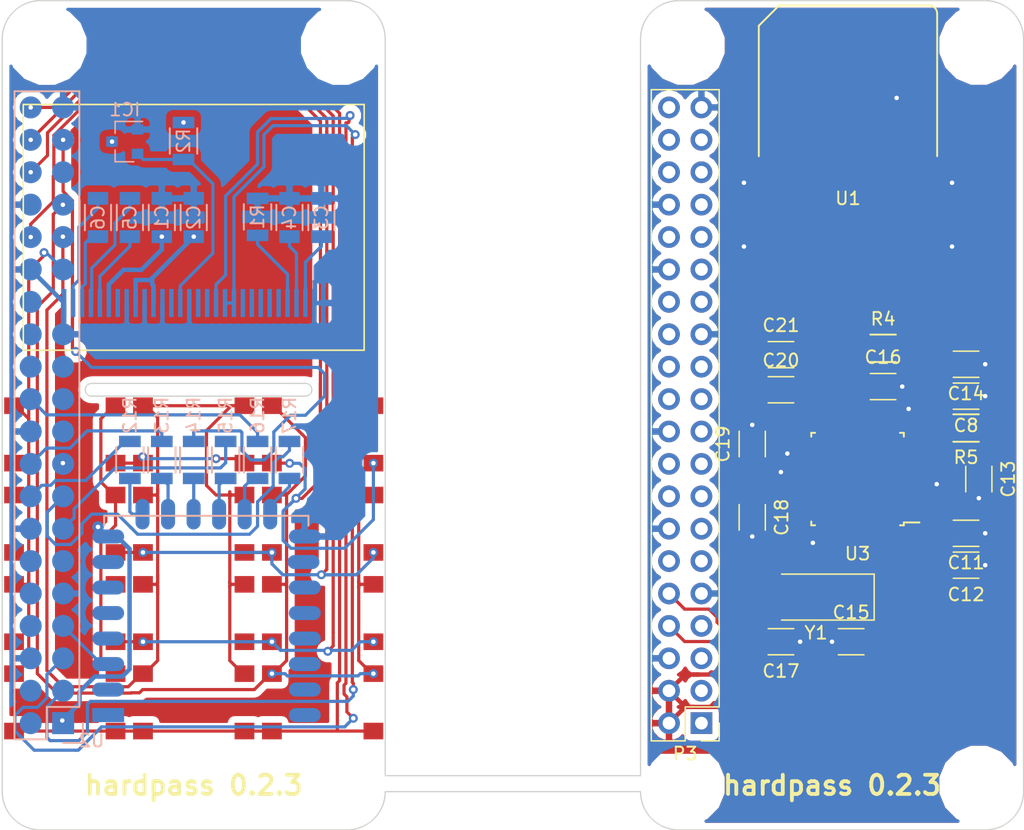
<source format=kicad_pcb>
(kicad_pcb (version 4) (host pcbnew 4.0.6)
  (layers (0 F.Cu signal) (31 B.Cu signal) (34 B.Paste user) (35 F.Paste user) (36 B.SilkS user) (37 F.SilkS user) (38 B.Mask user) (39 F.Mask user) (44 Edge.Cuts user))
  (net 0 "")
  (net 1 GND)
  (net 2 +3V3)
  (net 3 "Net-(C3-Pad1)")
  (net 4 "Net-(C4-Pad1)")
  (net 5 "Net-(C5-Pad1)")
  (net 6 "Net-(C5-Pad2)")
  (net 7 "Net-(C6-Pad1)")
  (net 8 "Net-(C6-Pad2)")
  (net 9 "Net-(P1-Pad2)")
  (net 10 OLED_SDA)
  (net 11 "Net-(P1-Pad4)")
  (net 12 OLED_SCL)
  (net 13 ESP_CHPD)
  (net 14 UART_TX)
  (net 15 UART_RX)
  (net 16 SHUTDOWN)
  (net 17 "Net-(P1-Pad12)")
  (net 18 SD_D3)
  (net 19 ESP_CLK)
  (net 20 SD_CMD)
  (net 21 SD_D0)
  (net 22 "Net-(P1-Pad19)")
  (net 23 "Net-(P1-Pad21)")
  (net 24 SD_D1)
  (net 25 "Net-(P1-Pad23)")
  (net 26 "Net-(P1-Pad24)")
  (net 27 "Net-(P1-Pad26)")
  (net 28 "Net-(P1-Pad28)")
  (net 29 COL_1)
  (net 30 COL_2)
  (net 31 ROW_1)
  (net 32 COL_3)
  (net 33 "Net-(P1-Pad35)")
  (net 34 ROW_2)
  (net 35 SD_D2)
  (net 36 ROW_3)
  (net 37 ROW_4)
  (net 38 "Net-(P2-Pad26)")
  (net 39 "Net-(R12-Pad1)")
  (net 40 "Net-(R13-Pad1)")
  (net 41 "Net-(R14-Pad1)")
  (net 42 "Net-(R15-Pad1)")
  (net 43 "Net-(R16-Pad1)")
  (net 44 "Net-(R17-Pad1)")
  (net 45 "Net-(U2-Pad1)")
  (net 46 "Net-(U2-Pad2)")
  (net 47 "Net-(U2-Pad4)")
  (net 48 "Net-(U2-Pad5)")
  (net 49 "Net-(U2-Pad6)")
  (net 50 "Net-(U2-Pad7)")
  (net 51 "Net-(U2-Pad16)")
  (net 52 "Net-(U2-Pad17)")
  (net 53 "Net-(U2-Pad18)")
  (net 54 "Net-(U2-Pad19)")
  (net 55 "Net-(U2-Pad20)")
  (net 56 "Net-(U2-Pad21)")
  (net 57 "Net-(U2-Pad22)")
  (net 58 "Net-(P2-Pad7)")
  (net 59 "Net-(P2-Pad13)")
  (net 60 "Net-(P2-Pad16)")
  (net 61 "Net-(P2-Pad17)")
  (net 62 "Net-(P2-Pad21)")
  (net 63 "Net-(P2-Pad22)")
  (net 64 "Net-(P2-Pad23)")
  (net 65 "Net-(P2-Pad24)")
  (net 66 "Net-(P2-Pad25)")
  (net 67 "Net-(C14-Pad2)")
  (net 68 +5V)
  (net 69 "Net-(C13-Pad1)")
  (net 70 "Net-(C15-Pad2)")
  (net 71 "Net-(C16-Pad1)")
  (net 72 "Net-(C17-Pad2)")
  (net 73 "Net-(C20-Pad1)")
  (net 74 "Net-(C20-Pad2)")
  (net 75 "Net-(C21-Pad1)")
  (net 76 "Net-(C21-Pad2)")
  (net 77 "Net-(R4-Pad1)")
  (net 78 "Net-(R5-Pad1)")
  (net 79 "Net-(R5-Pad2)")
  (net 80 "Net-(U1-Pad4)")
  (net 81 "Net-(U1-Pad8)")
  (net 82 "Net-(U3-Pad2)")
  (net 83 "Net-(U3-Pad22)")
  (net 84 "Net-(U3-Pad23)")
  (net 85 "Net-(U3-Pad24)")
  (net 86 "Net-(SW14-Pad2)")
  (net 87 "Net-(U3-Pad29)")
  (net 88 "Net-(U3-Pad30)")
  (net 89 CARD_TX)
  (net 90 CARD_RX)
  (net 91 "Net-(P3-Pad1)")
  (net 92 "Net-(P3-Pad3)")
  (net 93 "Net-(P3-Pad5)")
  (net 94 "Net-(P3-Pad7)")
  (net 95 "Net-(P3-Pad11)")
  (net 96 "Net-(P3-Pad12)")
  (net 97 "Net-(P3-Pad13)")
  (net 98 "Net-(P3-Pad15)")
  (net 99 "Net-(P3-Pad16)")
  (net 100 "Net-(P3-Pad17)")
  (net 101 "Net-(P3-Pad18)")
  (net 102 "Net-(P3-Pad19)")
  (net 103 "Net-(P3-Pad21)")
  (net 104 "Net-(P3-Pad22)")
  (net 105 "Net-(P3-Pad23)")
  (net 106 "Net-(P3-Pad24)")
  (net 107 "Net-(P3-Pad26)")
  (net 108 "Net-(P3-Pad27)")
  (net 109 "Net-(P3-Pad28)")
  (net 110 "Net-(P3-Pad29)")
  (net 111 "Net-(P3-Pad31)")
  (net 112 "Net-(P3-Pad32)")
  (net 113 "Net-(P3-Pad33)")
  (net 114 "Net-(P3-Pad35)")
  (net 115 "Net-(P3-Pad36)")
  (net 116 "Net-(P3-Pad37)")
  (net 117 "Net-(P3-Pad38)")
  (net 118 "Net-(P3-Pad40)")
  (net 119 "Net-(R4-Pad2)")
  (net 120 "Net-(U1-Pad2)")
  (net 121 OLED_RST)
  (module hardpass:CAF99-08153-S132 (layer F.Cu) (at 66.25 16 180)
    (fp_text reference U1 (at 0 0.5 180) (layer F.SilkS))
    (fp_text value ISO7816)
    (pad 1 smd rect (at -3.81 -7.975 180) (size 1.3 1.2) (layers F.Cu F.Paste F.Mask) (net 67 "Net-(C14-Pad2)"))
    (pad 2 smd rect (at -1.27 -7.975 180) (size 1.3 1.2) (layers F.Cu F.Paste F.Mask) (net 120 "Net-(U1-Pad2)"))
    (pad 3 smd rect (at 1.27 -7.975 180) (size 1.3 1.2) (layers F.Cu F.Paste F.Mask) (net 77 "Net-(R4-Pad1)"))
    (pad 4 smd rect (at 3.81 -7.975 180) (size 1.3 1.2) (layers F.Cu F.Paste F.Mask) (net 80 "Net-(U1-Pad4)"))
    (pad 5 smd rect (at -3.81 8.375 180) (size 1.3 1.2) (layers F.Cu F.Paste F.Mask) (net 1 GND))
    (pad 6 smd rect (at -1.27 8.375 180) (size 1.3 1.2) (layers F.Cu F.Paste F.Mask) (net 67 "Net-(C14-Pad2)"))
    (pad 7 smd rect (at 1.27 8.375 180) (size 1.3 1.2) (layers F.Cu F.Paste F.Mask) (net 78 "Net-(R5-Pad1)"))
    (pad 8 smd rect (at 3.81 8.375 180) (size 1.3 1.2) (layers F.Cu F.Paste F.Mask) (net 81 "Net-(U1-Pad8)"))
    (pad "" connect rect (at -8.15 -3.275 180) (size 1.9 3) (layers F.Cu F.Mask) (net 1 GND))
    (pad "" connect rect (at 8.15 -3.275 180) (size 1.9 3) (layers F.Cu F.Mask) (net 1 GND))
    (pad "" connect rect (at 8.15 1.725 180) (size 1.9 3) (layers F.Cu F.Mask) (net 1 GND))
    (pad "" connect rect (at -8.15 1.725 180) (size 1.9 3) (layers F.Cu F.Mask) (net 1 GND))
  )
  (module TO_SOT_Packages_SMD:SOT-23 (layer B.Cu) (at 9.6 11.05 180)
    (fp_text reference IC1 (at 0 2.5 180) (layer B.SilkS) (effects (justify mirror)))
    (fp_text value APX803)
    (pad 1 smd rect (at -1 0.95 180) (size 0.9 0.8) (layers B.Cu B.Paste B.Mask) (net 1 GND))
    (pad 2 smd rect (at -1 -0.95 180) (size 0.9 0.8) (layers B.Cu B.Paste B.Mask) (net 121 OLED_RST))
    (pad 3 smd rect (at 1 0 180) (size 0.9 0.8) (layers B.Cu B.Paste B.Mask) (net 2 +3V3))
  )
  (module hardpass:Symbol_GNU-Logo_MaskTop (layer B.Cu) (at 65 21.25 180)
    (fp_text reference REF** hide)
    (fp_text value Symbol_GNU-Logo_MaskTop hide)
  )
  (module RPi_Hat:RPi_Hat_Mounting_Hole (layer F.Cu) (at 53.5 61.5)
    (fp_text reference "" hide)
    (fp_text value "" hide)
    (pad "" np_thru_hole circle (at 0 0) (size 2.75 2.75) (drill 2.75) (layers *.Cu B.Mask) (clearance 1.725))
  )
  (module RPi_Hat:RPi_Hat_Mounting_Hole (layer F.Cu) (at 76.5 61.5)
    (fp_text reference "" hide)
    (fp_text value "" hide)
    (pad "" np_thru_hole circle (at 0 0) (size 2.75 2.75) (drill 2.75) (layers *.Cu *.Mask) (clearance 1.725))
  )
  (module RPi_Hat:RPi_Hat_Mounting_Hole (layer F.Cu) (at 76.5 3.5)
    (fp_text reference "" hide)
    (fp_text value "" hide)
    (pad "" np_thru_hole circle (at 0 0) (size 2.75 2.75) (drill 2.75) (layers *.Cu *.Mask) (clearance 1.725))
  )
  (module RPi_Hat:RPi_Hat_Mounting_Hole (layer F.Cu) (at 53.5 3.5)
    (fp_text reference "" hide)
    (fp_text value "" hide)
    (pad "" np_thru_hole circle (at 0 0) (size 2.75 2.75) (drill 2.75) (layers *.Cu *.Mask) (clearance 1.725))
  )
  (module RPi_Hat:RPi_Hat_Mounting_Hole (layer F.Cu) (at 26.5 3.5)
    (fp_text reference "" hide)
    (fp_text value "" hide)
    (pad "" np_thru_hole circle (at 0 0) (size 2.75 2.75) (drill 2.75) (layers *.Cu *.Mask) (clearance 1.725))
  )
  (module RPi_Hat:RPi_Hat_Mounting_Hole (layer F.Cu) (at 26.5 61.5)
    (fp_text reference "" hide)
    (fp_text value "" hide)
    (pad "" np_thru_hole circle (at 0 0) (size 2.75 2.75) (drill 2.75) (layers *.Cu *.Mask) (clearance 1.725))
  )
  (module RPi_Hat:RPi_Hat_Mounting_Hole (layer F.Cu) (at 3.5 61.5)
    (fp_text reference "" hide)
    (fp_text value "" hide)
    (pad "" np_thru_hole circle (at 0 0) (size 2.75 2.75) (drill 2.75) (layers *.Cu *.Mask) (clearance 1.725))
  )
  (module Capacitors_SMD:C_1206 (layer F.Cu) (at 75.5 31 180)
    (fp_text reference C8 (at 0 -2.3 180) (layer F.SilkS))
    (fp_text value 220nF)
    (pad 1 smd rect (at -1.5 0 180) (size 1 1.6) (layers F.Cu F.Paste F.Mask) (net 1 GND))
    (pad 2 smd rect (at 1.5 0 180) (size 1 1.6) (layers F.Cu F.Paste F.Mask) (net 67 "Net-(C14-Pad2)"))
  )
  (module Capacitors_SMD:C_1206 (layer F.Cu) (at 75.5 28.5 180)
    (fp_text reference C14 (at 0 -2.3 180) (layer F.SilkS))
    (fp_text value 100pF)
    (pad 1 smd rect (at -1.5 0 180) (size 1 1.6) (layers F.Cu F.Paste F.Mask) (net 1 GND))
    (pad 2 smd rect (at 1.5 0 180) (size 1 1.6) (layers F.Cu F.Paste F.Mask) (net 67 "Net-(C14-Pad2)"))
  )
  (module adafruit-oled:UG-2864HSWEG01_0.96IN_WRAPAROUND (layer F.Cu) (at 15 22.5)
    (fp_text reference P2 hide)
    (fp_text value OLED_I2C hide)
    (pad 1 smd rect (at -10.15 1.2 90) (size 2.2 0.35) (layers B.Cu B.Paste B.Mask) (net 1 GND))
    (pad 2 smd rect (at -9.45 1.2 90) (size 2.2 0.35) (layers B.Cu B.Paste B.Mask) (net 7 "Net-(C6-Pad1)"))
    (pad 3 smd rect (at -8.75 1.2 90) (size 2.2 0.35) (layers B.Cu B.Paste B.Mask) (net 8 "Net-(C6-Pad2)"))
    (pad 4 smd rect (at -8.05 1.2 90) (size 2.2 0.35) (layers B.Cu B.Paste B.Mask) (net 5 "Net-(C5-Pad1)"))
    (pad 5 smd rect (at -7.35 1.2 90) (size 2.2 0.35) (layers B.Cu B.Paste B.Mask) (net 6 "Net-(C5-Pad2)"))
    (pad 6 smd rect (at -6.65 1.2 90) (size 2.2 0.35) (layers B.Cu B.Paste B.Mask) (net 2 +3V3))
    (pad 7 smd rect (at -5.95 1.2 90) (size 2.2 0.35) (layers B.Cu B.Paste B.Mask) (net 58 "Net-(P2-Pad7)"))
    (pad 8 smd rect (at -5.25 1.2 90) (size 2.2 0.35) (layers B.Cu B.Paste B.Mask) (net 1 GND))
    (pad 9 smd rect (at -4.55 1.2 90) (size 2.2 0.35) (layers B.Cu B.Paste B.Mask) (net 2 +3V3))
    (pad 10 smd rect (at -3.85 1.2 90) (size 2.2 0.35) (layers B.Cu B.Paste B.Mask) (net 1 GND))
    (pad 11 smd rect (at -3.15 1.2 90) (size 2.2 0.35) (layers B.Cu B.Paste B.Mask) (net 2 +3V3))
    (pad 12 smd rect (at -2.45 1.2 90) (size 2.2 0.35) (layers B.Cu B.Paste B.Mask) (net 1 GND))
    (pad 13 smd rect (at -1.75 1.2 90) (size 2.2 0.35) (layers B.Cu B.Paste B.Mask) (net 59 "Net-(P2-Pad13)"))
    (pad 14 smd rect (at -1.05 1.2 90) (size 2.2 0.35) (layers B.Cu B.Paste B.Mask) (net 121 OLED_RST))
    (pad 15 smd rect (at -0.35 1.2 90) (size 2.2 0.35) (layers B.Cu B.Paste B.Mask) (net 1 GND))
    (pad 16 smd rect (at 0.35 1.2 90) (size 2.2 0.35) (layers B.Cu B.Paste B.Mask) (net 60 "Net-(P2-Pad16)"))
    (pad 17 smd rect (at 1.05 1.2 90) (size 2.2 0.35) (layers B.Cu B.Paste B.Mask) (net 61 "Net-(P2-Pad17)"))
    (pad 18 smd rect (at 1.75 1.2 90) (size 2.2 0.35) (layers B.Cu B.Paste B.Mask) (net 12 OLED_SCL))
    (pad 19 smd rect (at 2.45 1.2 90) (size 2.2 0.35) (layers B.Cu B.Paste B.Mask) (net 10 OLED_SDA))
    (pad 20 smd rect (at 3.15 1.2 90) (size 2.2 0.35) (layers B.Cu B.Paste B.Mask) (net 10 OLED_SDA))
    (pad 21 smd rect (at 3.85 1.2 90) (size 2.2 0.35) (layers B.Cu B.Paste B.Mask) (net 62 "Net-(P2-Pad21)"))
    (pad 22 smd rect (at 4.55 1.2 90) (size 2.2 0.35) (layers B.Cu B.Paste B.Mask) (net 63 "Net-(P2-Pad22)"))
    (pad 23 smd rect (at 5.25 1.2 90) (size 2.2 0.35) (layers B.Cu B.Paste B.Mask) (net 64 "Net-(P2-Pad23)"))
    (pad 24 smd rect (at 5.95 1.2 90) (size 2.2 0.35) (layers B.Cu B.Paste B.Mask) (net 65 "Net-(P2-Pad24)"))
    (pad 25 smd rect (at 6.65 1.2 90) (size 2.2 0.35) (layers B.Cu B.Paste B.Mask) (net 66 "Net-(P2-Pad25)"))
    (pad 26 smd rect (at 7.35 1.2 90) (size 2.2 0.35) (layers B.Cu B.Paste B.Mask) (net 38 "Net-(P2-Pad26)"))
    (pad 27 smd rect (at 8.05 1.2 90) (size 2.2 0.35) (layers B.Cu B.Paste B.Mask) (net 4 "Net-(C4-Pad1)"))
    (pad 28 smd rect (at 8.75 1.2 90) (size 2.2 0.35) (layers B.Cu B.Paste B.Mask) (net 3 "Net-(C3-Pad1)"))
    (pad 29 smd rect (at 9.45 1.2 90) (size 2.2 0.35) (layers B.Cu B.Paste B.Mask) (net 1 GND))
    (pad 30 smd rect (at 10.15 1.2 90) (size 2.2 0.35) (layers B.Cu B.Paste B.Mask) (net 1 GND))
  )
  (module Capacitors_SMD:C_1206 (layer B.Cu) (at 12.5 17 270)
    (fp_text reference C1 (at 0 0 270) (layer B.SilkS) (effects (justify mirror)))
    (fp_text value 2.2µF)
    (pad 1 smd rect (at -1.5 0 270) (size 1 1.6) (layers B.Cu B.Paste B.Mask) (net 1 GND))
    (pad 2 smd rect (at 1.5 0 270) (size 1 1.6) (layers B.Cu B.Paste B.Mask) (net 2 +3V3))
  )
  (module Capacitors_SMD:C_1206 (layer B.Cu) (at 15 17 270)
    (fp_text reference C2 (at 0 0 270) (layer B.SilkS) (effects (justify mirror)))
    (fp_text value 2.2µF)
    (pad 1 smd rect (at -1.5 0 270) (size 1 1.6) (layers B.Cu B.Paste B.Mask) (net 1 GND))
    (pad 2 smd rect (at 1.5 0 270) (size 1 1.6) (layers B.Cu B.Paste B.Mask) (net 2 +3V3))
  )
  (module Capacitors_SMD:C_1206 (layer B.Cu) (at 25 17 90)
    (fp_text reference C3 (at 0 0 90) (layer B.SilkS) (effects (justify mirror)))
    (fp_text value 10µF)
    (pad 1 smd rect (at -1.5 0 90) (size 1 1.6) (layers B.Cu B.Paste B.Mask) (net 3 "Net-(C3-Pad1)"))
    (pad 2 smd rect (at 1.5 0 90) (size 1 1.6) (layers B.Cu B.Paste B.Mask) (net 1 GND))
  )
  (module Capacitors_SMD:C_1206 (layer B.Cu) (at 22.5 17 90)
    (fp_text reference C4 (at 0 0 90) (layer B.SilkS) (effects (justify mirror)))
    (fp_text value 2.2µF)
    (pad 1 smd rect (at -1.5 0 90) (size 1 1.6) (layers B.Cu B.Paste B.Mask) (net 4 "Net-(C4-Pad1)"))
    (pad 2 smd rect (at 1.5 0 90) (size 1 1.6) (layers B.Cu B.Paste B.Mask) (net 1 GND))
  )
  (module Capacitors_SMD:C_1206 (layer B.Cu) (at 10 17 270)
    (fp_text reference C5 (at 0 0 270) (layer B.SilkS) (effects (justify mirror)))
    (fp_text value 2.2µF)
    (pad 1 smd rect (at -1.5 0 270) (size 1 1.6) (layers B.Cu B.Paste B.Mask) (net 5 "Net-(C5-Pad1)"))
    (pad 2 smd rect (at 1.5 0 270) (size 1 1.6) (layers B.Cu B.Paste B.Mask) (net 6 "Net-(C5-Pad2)"))
  )
  (module Capacitors_SMD:C_1206 (layer B.Cu) (at 7.5 17 270)
    (fp_text reference C6 (at 0 0 270) (layer B.SilkS) (effects (justify mirror)))
    (fp_text value 2.2µF)
    (pad 1 smd rect (at -1.5 0 270) (size 1 1.6) (layers B.Cu B.Paste B.Mask) (net 7 "Net-(C6-Pad1)"))
    (pad 2 smd rect (at 1.5 0 270) (size 1 1.6) (layers B.Cu B.Paste B.Mask) (net 8 "Net-(C6-Pad2)"))
  )
  (module Resistors_SMD:R_1206 (layer B.Cu) (at 20 16.95 90)
    (fp_text reference R1 (at 0 0 90) (layer B.SilkS) (effects (justify mirror)))
    (fp_text value 390k)
    (pad 1 smd rect (at -1.45 0 90) (size 0.9 1.7) (layers B.Cu B.Paste B.Mask) (net 38 "Net-(P2-Pad26)"))
    (pad 2 smd rect (at 1.45 0 90) (size 0.9 1.7) (layers B.Cu B.Paste B.Mask) (net 1 GND))
  )
  (module Resistors_SMD:R_1206 (layer B.Cu) (at 14.2 11 270)
    (fp_text reference R2 (at 0 0 270) (layer B.SilkS) (effects (justify mirror)))
    (fp_text value 10k)
    (pad 1 smd rect (at -1.45 0 270) (size 0.9 1.7) (layers B.Cu B.Paste B.Mask) (net 2 +3V3))
    (pad 2 smd rect (at 1.45 0 270) (size 0.9 1.7) (layers B.Cu B.Paste B.Mask) (net 121 OLED_RST))
  )
  (module Resistors_SMD:R_1206 (layer B.Cu) (at 10 36 90)
    (fp_text reference R12 (at 3.5 0 90) (layer B.SilkS) (effects (justify mirror)))
    (fp_text value 33)
    (pad 1 smd rect (at -1.45 0 90) (size 0.9 1.7) (layers B.Cu B.Paste B.Mask) (net 39 "Net-(R12-Pad1)"))
    (pad 2 smd rect (at 1.45 0 90) (size 0.9 1.7) (layers B.Cu B.Paste B.Mask) (net 20 SD_CMD))
  )
  (module Resistors_SMD:R_1206 (layer B.Cu) (at 12.5 36 90)
    (fp_text reference R13 (at 3.5 0 90) (layer B.SilkS) (effects (justify mirror)))
    (fp_text value 33)
    (pad 1 smd rect (at -1.45 0 90) (size 0.9 1.7) (layers B.Cu B.Paste B.Mask) (net 40 "Net-(R13-Pad1)"))
    (pad 2 smd rect (at 1.45 0 90) (size 0.9 1.7) (layers B.Cu B.Paste B.Mask) (net 21 SD_D0))
  )
  (module Resistors_SMD:R_1206 (layer B.Cu) (at 15 36 90)
    (fp_text reference R14 (at 3.5 0 90) (layer B.SilkS) (effects (justify mirror)))
    (fp_text value 33)
    (pad 1 smd rect (at -1.45 0 90) (size 0.9 1.7) (layers B.Cu B.Paste B.Mask) (net 41 "Net-(R14-Pad1)"))
    (pad 2 smd rect (at 1.45 0 90) (size 0.9 1.7) (layers B.Cu B.Paste B.Mask) (net 35 SD_D2))
  )
  (module Resistors_SMD:R_1206 (layer B.Cu) (at 17.5 36 90)
    (fp_text reference R15 (at 3.5 0 90) (layer B.SilkS) (effects (justify mirror)))
    (fp_text value 33)
    (pad 1 smd rect (at -1.45 0 90) (size 0.9 1.7) (layers B.Cu B.Paste B.Mask) (net 42 "Net-(R15-Pad1)"))
    (pad 2 smd rect (at 1.45 0 90) (size 0.9 1.7) (layers B.Cu B.Paste B.Mask) (net 18 SD_D3))
  )
  (module Resistors_SMD:R_1206 (layer B.Cu) (at 20 36 90)
    (fp_text reference R16 (at 3.5 0 90) (layer B.SilkS) (effects (justify mirror)))
    (fp_text value 33)
    (pad 1 smd rect (at -1.45 0 90) (size 0.9 1.7) (layers B.Cu B.Paste B.Mask) (net 43 "Net-(R16-Pad1)"))
    (pad 2 smd rect (at 1.45 0 90) (size 0.9 1.7) (layers B.Cu B.Paste B.Mask) (net 24 SD_D1))
  )
  (module Resistors_SMD:R_1206 (layer B.Cu) (at 22.5 36 90)
    (fp_text reference R17 (at 3.5 0 90) (layer B.SilkS) (effects (justify mirror)))
    (fp_text value 33)
    (pad 1 smd rect (at -1.45 0 90) (size 0.9 1.7) (layers B.Cu B.Paste B.Mask) (net 44 "Net-(R17-Pad1)"))
    (pad 2 smd rect (at 1.45 0 90) (size 0.9 1.7) (layers B.Cu B.Paste B.Mask) (net 19 ESP_CLK))
  )
  (module hardpass:ESP-12E_smd (layer B.Cu) (at 9 56)
    (fp_text reference U2 (at -2 2) (layer B.SilkS) (effects (justify mirror)))
    (fp_text value ESP-12E)
    (pad 1 smd rect (at 0 0) (size 2.5 1.1) (drill (offset -0.7 0)) (layers B.Cu B.Paste B.Mask) (net 45 "Net-(U2-Pad1)"))
    (pad 2 smd oval (at 0 -2) (size 2.5 1.1) (drill (offset -0.7 0)) (layers B.Cu B.Paste B.Mask) (net 46 "Net-(U2-Pad2)"))
    (pad 3 smd oval (at 0 -4) (size 2.5 1.1) (drill (offset -0.7 0)) (layers B.Cu B.Paste B.Mask) (net 13 ESP_CHPD))
    (pad 4 smd oval (at 0 -6) (size 2.5 1.1) (drill (offset -0.7 0)) (layers B.Cu B.Paste B.Mask) (net 47 "Net-(U2-Pad4)"))
    (pad 5 smd oval (at 0 -8) (size 2.5 1.1) (drill (offset -0.7 0)) (layers B.Cu B.Paste B.Mask) (net 48 "Net-(U2-Pad5)"))
    (pad 6 smd oval (at 0 -10) (size 2.5 1.1) (drill (offset -0.7 0)) (layers B.Cu B.Paste B.Mask) (net 49 "Net-(U2-Pad6)"))
    (pad 7 smd oval (at 0 -12) (size 2.5 1.1) (drill (offset -0.7 0)) (layers B.Cu B.Paste B.Mask) (net 50 "Net-(U2-Pad7)"))
    (pad 8 smd oval (at 0 -14) (size 2.5 1.1) (drill (offset -0.7 0)) (layers B.Cu B.Paste B.Mask) (net 2 +3V3))
    (pad 9 smd oval (at 1.99 -15.75 270) (size 2.4 1.1) (layers B.Cu B.Paste B.Mask) (net 39 "Net-(R12-Pad1)"))
    (pad 10 smd oval (at 3.99 -15.75 270) (size 2.4 1.1) (layers B.Cu B.Paste B.Mask) (net 40 "Net-(R13-Pad1)"))
    (pad 11 smd oval (at 5.99 -15.75 270) (size 2.4 1.1) (layers B.Cu B.Paste B.Mask) (net 41 "Net-(R14-Pad1)"))
    (pad 12 smd oval (at 7.99 -15.75 270) (size 2.4 1.1) (layers B.Cu B.Paste B.Mask) (net 42 "Net-(R15-Pad1)"))
    (pad 13 smd oval (at 9.99 -15.75 270) (size 2.4 1.1) (layers B.Cu B.Paste B.Mask) (net 43 "Net-(R16-Pad1)"))
    (pad 14 smd oval (at 11.99 -15.75 270) (size 2.4 1.1) (layers B.Cu B.Paste B.Mask) (net 44 "Net-(R17-Pad1)"))
    (pad 15 smd oval (at 14 -14) (size 2.5 1.1) (drill (offset 0.7 0)) (layers B.Cu B.Paste B.Mask) (net 1 GND))
    (pad 16 smd oval (at 14 -12) (size 2.5 1.1) (drill (offset 0.6 0)) (layers B.Cu B.Paste B.Mask) (net 51 "Net-(U2-Pad16)"))
    (pad 17 smd oval (at 14 -10) (size 2.5 1.1) (drill (offset 0.7 0)) (layers B.Cu B.Paste B.Mask) (net 52 "Net-(U2-Pad17)"))
    (pad 18 smd oval (at 14 -8) (size 2.5 1.1) (drill (offset 0.7 0)) (layers B.Cu B.Paste B.Mask) (net 53 "Net-(U2-Pad18)"))
    (pad 19 smd oval (at 14 -6) (size 2.5 1.1) (drill (offset 0.7 0)) (layers B.Cu B.Paste B.Mask) (net 54 "Net-(U2-Pad19)"))
    (pad 20 smd oval (at 14 -4) (size 2.5 1.1) (drill (offset 0.7 0)) (layers B.Cu B.Paste B.Mask) (net 55 "Net-(U2-Pad20)"))
    (pad 21 smd oval (at 14 -2) (size 2.5 1.1) (drill (offset 0.7 0)) (layers B.Cu B.Paste B.Mask) (net 56 "Net-(U2-Pad21)"))
    (pad 22 smd oval (at 14 0) (size 2.5 1.1) (drill (offset 0.7 0)) (layers B.Cu B.Paste B.Mask) (net 57 "Net-(U2-Pad22)"))
  )
  (module hardpass:SW_SPST_PTS645_nosilk (layer F.Cu) (at 25.1 55)
    (fp_text reference SW12 hide)
    (fp_text value OK/DN)
    (pad 2 smd rect (at -3.975 2.25) (size 1.55 1.3) (layers F.Cu F.Paste F.Mask) (net 37 ROW_4))
    (pad 1 smd rect (at -3.975 -2.25) (size 1.55 1.3) (layers F.Cu F.Paste F.Mask) (net 32 COL_3))
    (pad 1 smd rect (at 3.975 -2.25) (size 1.55 1.3) (layers F.Cu F.Paste F.Mask) (net 32 COL_3))
    (pad 2 smd rect (at 3.975 2.25) (size 1.55 1.3) (layers F.Cu F.Paste F.Mask) (net 37 ROW_4))
  )
  (module hardpass:SW_SPST_PTS645_nosilk (layer F.Cu) (at 15 55)
    (fp_text reference SW11 hide)
    (fp_text value 0/OK)
    (pad 2 smd rect (at -3.975 2.25) (size 1.55 1.3) (layers F.Cu F.Paste F.Mask) (net 37 ROW_4))
    (pad 1 smd rect (at -3.975 -2.25) (size 1.55 1.3) (layers F.Cu F.Paste F.Mask) (net 30 COL_2))
    (pad 1 smd rect (at 3.975 -2.25) (size 1.55 1.3) (layers F.Cu F.Paste F.Mask) (net 30 COL_2))
    (pad 2 smd rect (at 3.975 2.25) (size 1.55 1.3) (layers F.Cu F.Paste F.Mask) (net 37 ROW_4))
  )
  (module hardpass:SW_SPST_PTS645_nosilk (layer F.Cu) (at 4.9 55)
    (fp_text reference SW10 hide)
    (fp_text value C/UP)
    (pad 2 smd rect (at -3.975 2.25) (size 1.55 1.3) (layers F.Cu F.Paste F.Mask) (net 37 ROW_4))
    (pad 1 smd rect (at -3.975 -2.25) (size 1.55 1.3) (layers F.Cu F.Paste F.Mask) (net 29 COL_1))
    (pad 1 smd rect (at 3.975 -2.25) (size 1.55 1.3) (layers F.Cu F.Paste F.Mask) (net 29 COL_1))
    (pad 2 smd rect (at 3.975 2.25) (size 1.55 1.3) (layers F.Cu F.Paste F.Mask) (net 37 ROW_4))
  )
  (module hardpass:SW_SPST_PTS645_nosilk (layer F.Cu) (at 25.1 48)
    (fp_text reference SW9 hide)
    (fp_text value 9)
    (pad 2 smd rect (at -3.975 2.25) (size 1.55 1.3) (layers F.Cu F.Paste F.Mask) (net 36 ROW_3))
    (pad 1 smd rect (at -3.975 -2.25) (size 1.55 1.3) (layers F.Cu F.Paste F.Mask) (net 32 COL_3))
    (pad 1 smd rect (at 3.975 -2.25) (size 1.55 1.3) (layers F.Cu F.Paste F.Mask) (net 32 COL_3))
    (pad 2 smd rect (at 3.975 2.25) (size 1.55 1.3) (layers F.Cu F.Paste F.Mask) (net 36 ROW_3))
  )
  (module hardpass:SW_SPST_PTS645_nosilk (layer F.Cu) (at 15 48)
    (fp_text reference SW8 hide)
    (fp_text value 8)
    (pad 2 smd rect (at -3.975 2.25) (size 1.55 1.3) (layers F.Cu F.Paste F.Mask) (net 36 ROW_3))
    (pad 1 smd rect (at -3.975 -2.25) (size 1.55 1.3) (layers F.Cu F.Paste F.Mask) (net 30 COL_2))
    (pad 1 smd rect (at 3.975 -2.25) (size 1.55 1.3) (layers F.Cu F.Paste F.Mask) (net 30 COL_2))
    (pad 2 smd rect (at 3.975 2.25) (size 1.55 1.3) (layers F.Cu F.Paste F.Mask) (net 36 ROW_3))
  )
  (module hardpass:SW_SPST_PTS645_nosilk (layer F.Cu) (at 4.9 48)
    (fp_text reference SW7 hide)
    (fp_text value 7)
    (pad 2 smd rect (at -3.975 2.25) (size 1.55 1.3) (layers F.Cu F.Paste F.Mask) (net 36 ROW_3))
    (pad 1 smd rect (at -3.975 -2.25) (size 1.55 1.3) (layers F.Cu F.Paste F.Mask) (net 29 COL_1))
    (pad 1 smd rect (at 3.975 -2.25) (size 1.55 1.3) (layers F.Cu F.Paste F.Mask) (net 29 COL_1))
    (pad 2 smd rect (at 3.975 2.25) (size 1.55 1.3) (layers F.Cu F.Paste F.Mask) (net 36 ROW_3))
  )
  (module hardpass:SW_SPST_PTS645_nosilk (layer F.Cu) (at 25.1 41)
    (fp_text reference SW6 hide)
    (fp_text value 6)
    (pad 2 smd rect (at -3.975 2.25) (size 1.55 1.3) (layers F.Cu F.Paste F.Mask) (net 34 ROW_2))
    (pad 1 smd rect (at -3.975 -2.25) (size 1.55 1.3) (layers F.Cu F.Paste F.Mask) (net 32 COL_3))
    (pad 1 smd rect (at 3.975 -2.25) (size 1.55 1.3) (layers F.Cu F.Paste F.Mask) (net 32 COL_3))
    (pad 2 smd rect (at 3.975 2.25) (size 1.55 1.3) (layers F.Cu F.Paste F.Mask) (net 34 ROW_2))
  )
  (module hardpass:SW_SPST_PTS645_nosilk (layer F.Cu) (at 15 41)
    (fp_text reference SW5 hide)
    (fp_text value 5)
    (pad 2 smd rect (at -3.975 2.25) (size 1.55 1.3) (layers F.Cu F.Paste F.Mask) (net 34 ROW_2))
    (pad 1 smd rect (at -3.975 -2.25) (size 1.55 1.3) (layers F.Cu F.Paste F.Mask) (net 30 COL_2))
    (pad 1 smd rect (at 3.975 -2.25) (size 1.55 1.3) (layers F.Cu F.Paste F.Mask) (net 30 COL_2))
    (pad 2 smd rect (at 3.975 2.25) (size 1.55 1.3) (layers F.Cu F.Paste F.Mask) (net 34 ROW_2))
  )
  (module hardpass:SW_SPST_PTS645_nosilk (layer F.Cu) (at 4.9 41)
    (fp_text reference SW4 hide)
    (fp_text value 4)
    (pad 2 smd rect (at -3.975 2.25) (size 1.55 1.3) (layers F.Cu F.Paste F.Mask) (net 34 ROW_2))
    (pad 1 smd rect (at -3.975 -2.25) (size 1.55 1.3) (layers F.Cu F.Paste F.Mask) (net 29 COL_1))
    (pad 1 smd rect (at 3.975 -2.25) (size 1.55 1.3) (layers F.Cu F.Paste F.Mask) (net 29 COL_1))
    (pad 2 smd rect (at 3.975 2.25) (size 1.55 1.3) (layers F.Cu F.Paste F.Mask) (net 34 ROW_2))
  )
  (module hardpass:SW_SPST_PTS645_nosilk (layer F.Cu) (at 25.1 34)
    (fp_text reference SW3 hide)
    (fp_text value 3)
    (pad 2 smd rect (at -3.975 2.25) (size 1.55 1.3) (layers F.Cu F.Paste F.Mask) (net 31 ROW_1))
    (pad 1 smd rect (at -3.975 -2.25) (size 1.55 1.3) (layers F.Cu F.Paste F.Mask) (net 32 COL_3))
    (pad 1 smd rect (at 3.975 -2.25) (size 1.55 1.3) (layers F.Cu F.Paste F.Mask) (net 32 COL_3))
    (pad 2 smd rect (at 3.975 2.25) (size 1.55 1.3) (layers F.Cu F.Paste F.Mask) (net 31 ROW_1))
  )
  (module hardpass:SW_SPST_PTS645_nosilk (layer F.Cu) (at 15 34)
    (fp_text reference SW2 hide)
    (fp_text value 2)
    (pad 2 smd rect (at -3.975 2.25) (size 1.55 1.3) (layers F.Cu F.Paste F.Mask) (net 31 ROW_1))
    (pad 1 smd rect (at -3.975 -2.25) (size 1.55 1.3) (layers F.Cu F.Paste F.Mask) (net 30 COL_2))
    (pad 1 smd rect (at 3.975 -2.25) (size 1.55 1.3) (layers F.Cu F.Paste F.Mask) (net 30 COL_2))
    (pad 2 smd rect (at 3.975 2.25) (size 1.55 1.3) (layers F.Cu F.Paste F.Mask) (net 31 ROW_1))
  )
  (module hardpass:SW_SPST_PTS645_nosilk (layer F.Cu) (at 4.9 34)
    (fp_text reference SW1 hide)
    (fp_text value 1)
    (pad 2 smd rect (at -3.975 2.25) (size 1.55 1.3) (layers F.Cu F.Paste F.Mask) (net 31 ROW_1))
    (pad 1 smd rect (at -3.975 -2.25) (size 1.55 1.3) (layers F.Cu F.Paste F.Mask) (net 29 COL_1))
    (pad 1 smd rect (at 3.975 -2.25) (size 1.55 1.3) (layers F.Cu F.Paste F.Mask) (net 29 COL_1))
    (pad 2 smd rect (at 3.975 2.25) (size 1.55 1.3) (layers F.Cu F.Paste F.Mask) (net 31 ROW_1))
  )
  (module hardpass:Pin_Header_Mirrored-NoHoles_centered_2x20 (layer B.Cu) (at 3.5 32.5)
    (fp_text reference P1 hide)
    (fp_text value Pi_Zero hide)
    (pad 1 smd rect (at 1.2697 24.13 180) (size 1.7272 1.7272) (layers B.Cu B.Paste B.Mask) (net 2 +3V3))
    (pad 2 smd oval (at -1.2703 24.13 180) (size 1.7272 1.7272) (layers B.Cu B.Paste B.Mask) (net 9 "Net-(P1-Pad2)"))
    (pad 3 smd oval (at 1.2697 21.59 180) (size 1.7272 1.7272) (layers B.Cu B.Paste B.Mask) (net 10 OLED_SDA))
    (pad 4 smd oval (at -1.2703 21.59 180) (size 1.7272 1.7272) (layers B.Cu B.Paste B.Mask) (net 11 "Net-(P1-Pad4)"))
    (pad 5 smd oval (at 1.2697 19.05 180) (size 1.7272 1.7272) (layers B.Cu B.Paste B.Mask) (net 12 OLED_SCL))
    (pad 6 smd oval (at -1.2703 19.05 180) (size 1.7272 1.7272) (layers B.Cu B.Paste B.Mask) (net 1 GND))
    (pad 7 smd oval (at 1.2697 16.51 180) (size 1.7272 1.7272) (layers B.Cu B.Paste B.Mask) (net 13 ESP_CHPD))
    (pad 8 smd oval (at -1.2703 16.51 180) (size 1.7272 1.7272) (layers B.Cu B.Paste B.Mask) (net 14 UART_TX))
    (pad 9 smd oval (at 1.2697 13.97 180) (size 1.7272 1.7272) (layers B.Cu B.Paste B.Mask) (net 1 GND))
    (pad 10 smd oval (at -1.2703 13.97 180) (size 1.7272 1.7272) (layers B.Cu B.Paste B.Mask) (net 15 UART_RX))
    (pad 11 smd oval (at 1.2697 11.43 180) (size 1.7272 1.7272) (layers B.Cu B.Paste B.Mask) (net 16 SHUTDOWN))
    (pad 12 smd oval (at -1.2703 11.43 180) (size 1.7272 1.7272) (layers B.Cu B.Paste B.Mask) (net 17 "Net-(P1-Pad12)"))
    (pad 13 smd oval (at 1.2697 8.89 180) (size 1.7272 1.7272) (layers B.Cu B.Paste B.Mask) (net 18 SD_D3))
    (pad 14 smd oval (at -1.2703 8.89 180) (size 1.7272 1.7272) (layers B.Cu B.Paste B.Mask) (net 1 GND))
    (pad 15 smd oval (at 1.2697 6.35 180) (size 1.7272 1.7272) (layers B.Cu B.Paste B.Mask) (net 19 ESP_CLK))
    (pad 16 smd oval (at -1.2703 6.35 180) (size 1.7272 1.7272) (layers B.Cu B.Paste B.Mask) (net 20 SD_CMD))
    (pad 17 smd oval (at 1.2697 3.81 180) (size 1.7272 1.7272) (layers B.Cu B.Paste B.Mask) (net 2 +3V3))
    (pad 18 smd oval (at -1.2703 3.81 180) (size 1.7272 1.7272) (layers B.Cu B.Paste B.Mask) (net 21 SD_D0))
    (pad 19 smd oval (at 1.2697 1.27 180) (size 1.7272 1.7272) (layers B.Cu B.Paste B.Mask) (net 22 "Net-(P1-Pad19)"))
    (pad 20 smd oval (at -1.2703 1.27 180) (size 1.7272 1.7272) (layers B.Cu B.Paste B.Mask) (net 1 GND))
    (pad 21 smd oval (at 1.2697 -1.27 180) (size 1.7272 1.7272) (layers B.Cu B.Paste B.Mask) (net 23 "Net-(P1-Pad21)"))
    (pad 22 smd oval (at -1.2703 -1.27 180) (size 1.7272 1.7272) (layers B.Cu B.Paste B.Mask) (net 24 SD_D1))
    (pad 23 smd oval (at 1.2697 -3.81 180) (size 1.7272 1.7272) (layers B.Cu B.Paste B.Mask) (net 25 "Net-(P1-Pad23)"))
    (pad 24 smd oval (at -1.2703 -3.81 180) (size 1.7272 1.7272) (layers B.Cu B.Paste B.Mask) (net 26 "Net-(P1-Pad24)"))
    (pad 26 smd oval (at -1.2703 -6.35 180) (size 1.7272 1.7272) (layers B.Cu B.Paste B.Mask) (net 27 "Net-(P1-Pad26)"))
    (pad 28 smd oval (at -1.2703 -8.89 180) (size 1.7272 1.7272) (layers B.Cu B.Paste B.Mask) (net 28 "Net-(P1-Pad28)"))
    (pad 29 smd oval (at 1.2697 -11.43 180) (size 1.7272 1.7272) (layers B.Cu B.Paste B.Mask) (net 29 COL_1))
    (pad 30 smd oval (at -1.2703 -11.43 180) (size 1.7272 1.7272) (layers B.Cu B.Paste B.Mask) (net 1 GND))
    (pad 31 smd oval (at 1.2697 -13.97 180) (size 1.7272 1.7272) (layers B.Cu B.Paste B.Mask) (net 30 COL_2))
    (pad 32 smd oval (at -1.2703 -13.97 180) (size 1.7272 1.7272) (layers B.Cu B.Paste B.Mask) (net 31 ROW_1))
    (pad 33 smd oval (at 1.2697 -16.51 180) (size 1.7272 1.7272) (layers B.Cu B.Paste B.Mask) (net 32 COL_3))
    (pad 34 smd oval (at -1.2703 -16.51 180) (size 1.7272 1.7272) (layers B.Cu B.Paste B.Mask) (net 1 GND))
    (pad 35 smd oval (at 1.2697 -19.05 180) (size 1.7272 1.7272) (layers B.Cu B.Paste B.Mask) (net 33 "Net-(P1-Pad35)"))
    (pad 36 smd oval (at -1.2703 -19.05 180) (size 1.7272 1.7272) (layers B.Cu B.Paste B.Mask) (net 34 ROW_2))
    (pad 37 smd oval (at 1.2697 -21.59 180) (size 1.7272 1.7272) (layers B.Cu B.Paste B.Mask) (net 35 SD_D2))
    (pad 38 smd oval (at -1.2703 -21.59 180) (size 1.7272 1.7272) (layers B.Cu B.Paste B.Mask) (net 36 ROW_3))
    (pad 39 smd oval (at 1.2697 -24.13 180) (size 1.7272 1.7272) (layers B.Cu B.Paste B.Mask) (net 1 GND))
    (pad 40 smd oval (at -1.2703 -24.13 180) (size 1.7272 1.7272) (layers B.Cu B.Paste B.Mask) (net 37 ROW_4))
    (pad 25 smd oval (at 1.27 -6.35 180) (size 1.7272 1.7272) (layers B.Cu B.Paste B.Mask) (net 1 GND))
  )
  (module Capacitors_SMD:C_1206 (layer F.Cu) (at 75.5 41.75 180)
    (fp_text reference C11 (at 0 -2.3 180) (layer F.SilkS))
    (fp_text value 10µF)
    (pad 1 smd rect (at -1.5 0 180) (size 1 1.6) (layers F.Cu F.Paste F.Mask) (net 1 GND))
    (pad 2 smd rect (at 1.5 0 180) (size 1 1.6) (layers F.Cu F.Paste F.Mask) (net 68 +5V))
  )
  (module Capacitors_SMD:C_1206 (layer F.Cu) (at 75.5 44.25 180)
    (fp_text reference C12 (at 0 -2.3 180) (layer F.SilkS))
    (fp_text value 100nF)
    (pad 1 smd rect (at -1.5 0 180) (size 1 1.6) (layers F.Cu F.Paste F.Mask) (net 1 GND))
    (pad 2 smd rect (at 1.5 0 180) (size 1 1.6) (layers F.Cu F.Paste F.Mask) (net 68 +5V))
  )
  (module Capacitors_SMD:C_1206 (layer F.Cu) (at 76.5 37.5 270)
    (fp_text reference C13 (at 0 -2.3 270) (layer F.SilkS))
    (fp_text value 22nF)
    (pad 1 smd rect (at -1.5 0 270) (size 1 1.6) (layers F.Cu F.Paste F.Mask) (net 69 "Net-(C13-Pad1)"))
    (pad 2 smd rect (at 1.5 0 270) (size 1 1.6) (layers F.Cu F.Paste F.Mask) (net 1 GND))
  )
  (module Capacitors_SMD:C_1206 (layer F.Cu) (at 66.5 50.25)
    (fp_text reference C15 (at 0 -2.3) (layer F.SilkS))
    (fp_text value 22pF)
    (pad 1 smd rect (at -1.5 0) (size 1 1.6) (layers F.Cu F.Paste F.Mask) (net 1 GND))
    (pad 2 smd rect (at 1.5 0) (size 1 1.6) (layers F.Cu F.Paste F.Mask) (net 70 "Net-(C15-Pad2)"))
  )
  (module Capacitors_SMD:C_1206 (layer F.Cu) (at 69 30.25)
    (fp_text reference C16 (at 0 -2.3) (layer F.SilkS))
    (fp_text value 220nF)
    (pad 1 smd rect (at -1.5 0) (size 1 1.6) (layers F.Cu F.Paste F.Mask) (net 71 "Net-(C16-Pad1)"))
    (pad 2 smd rect (at 1.5 0) (size 1 1.6) (layers F.Cu F.Paste F.Mask) (net 1 GND))
  )
  (module Capacitors_SMD:C_1206 (layer F.Cu) (at 61 50.25 180)
    (fp_text reference C17 (at 0 -2.3 180) (layer F.SilkS))
    (fp_text value 22pF)
    (pad 1 smd rect (at -1.5 0 180) (size 1 1.6) (layers F.Cu F.Paste F.Mask) (net 1 GND))
    (pad 2 smd rect (at 1.5 0 180) (size 1 1.6) (layers F.Cu F.Paste F.Mask) (net 72 "Net-(C17-Pad2)"))
  )
  (module Capacitors_SMD:C_1206 (layer F.Cu) (at 58.75 40.5 270)
    (fp_text reference C18 (at 0 -2.3 270) (layer F.SilkS))
    (fp_text value 100nF)
    (pad 1 smd rect (at -1.5 0 270) (size 1 1.6) (layers F.Cu F.Paste F.Mask) (net 68 +5V))
    (pad 2 smd rect (at 1.5 0 270) (size 1 1.6) (layers F.Cu F.Paste F.Mask) (net 1 GND))
  )
  (module Capacitors_SMD:C_1206 (layer F.Cu) (at 58.75 34.75 90)
    (fp_text reference C19 (at 0 -2.3 90) (layer F.SilkS))
    (fp_text value 10µF)
    (pad 1 smd rect (at -1.5 0 90) (size 1 1.6) (layers F.Cu F.Paste F.Mask) (net 68 +5V))
    (pad 2 smd rect (at 1.5 0 90) (size 1 1.6) (layers F.Cu F.Paste F.Mask) (net 1 GND))
  )
  (module Capacitors_SMD:C_1206 (layer F.Cu) (at 61 30.5)
    (fp_text reference C20 (at 0 -2.3) (layer F.SilkS))
    (fp_text value 220nF)
    (pad 1 smd rect (at -1.5 0) (size 1 1.6) (layers F.Cu F.Paste F.Mask) (net 73 "Net-(C20-Pad1)"))
    (pad 2 smd rect (at 1.5 0) (size 1 1.6) (layers F.Cu F.Paste F.Mask) (net 74 "Net-(C20-Pad2)"))
  )
  (module Capacitors_SMD:C_1206 (layer F.Cu) (at 61 27.75)
    (fp_text reference C21 (at 0 -2.3) (layer F.SilkS))
    (fp_text value 220nF)
    (pad 1 smd rect (at -1.5 0) (size 1 1.6) (layers F.Cu F.Paste F.Mask) (net 75 "Net-(C21-Pad1)"))
    (pad 2 smd rect (at 1.5 0) (size 1 1.6) (layers F.Cu F.Paste F.Mask) (net 76 "Net-(C21-Pad2)"))
  )
  (module Resistors_SMD:R_1206 (layer F.Cu) (at 69 27.25)
    (fp_text reference R4 (at 0 -2.3) (layer F.SilkS))
    (fp_text value 100)
    (pad 1 smd rect (at -1.45 0) (size 0.9 1.7) (layers F.Cu F.Paste F.Mask) (net 77 "Net-(R4-Pad1)"))
    (pad 2 smd rect (at 1.45 0) (size 0.9 1.7) (layers F.Cu F.Paste F.Mask) (net 119 "Net-(R4-Pad2)"))
  )
  (module Resistors_SMD:R_1206 (layer F.Cu) (at 75.5 33.5 180)
    (fp_text reference R5 (at 0 -2.3 180) (layer F.SilkS))
    (fp_text value 180)
    (pad 1 smd rect (at -1.45 0 180) (size 0.9 1.7) (layers F.Cu F.Paste F.Mask) (net 78 "Net-(R5-Pad1)"))
    (pad 2 smd rect (at 1.45 0 180) (size 0.9 1.7) (layers F.Cu F.Paste F.Mask) (net 79 "Net-(R5-Pad2)"))
  )
  (module Housings_QFP:LQFP-32_7x7mm_Pitch0.8mm (layer F.Cu) (at 67 37.5 180)
    (fp_text reference U3 (at 0 -5.85 180) (layer F.SilkS))
    (fp_text value TDA8029)
    (pad 1 smd rect (at -4.25 -2.8 180) (size 1.2 0.6) (layers F.Cu F.Paste F.Mask) (net 68 +5V))
    (pad 2 smd rect (at -4.25 -2 180) (size 1.2 0.6) (layers F.Cu F.Paste F.Mask) (net 82 "Net-(U3-Pad2)"))
    (pad 3 smd rect (at -4.25 -1.2 180) (size 1.2 0.6) (layers F.Cu F.Paste F.Mask) (net 68 +5V))
    (pad 4 smd rect (at -4.25 -0.4 180) (size 1.2 0.6) (layers F.Cu F.Paste F.Mask) (net 1 GND))
    (pad 5 smd rect (at -4.25 0.4 180) (size 1.2 0.6) (layers F.Cu F.Paste F.Mask) (net 68 +5V))
    (pad 6 smd rect (at -4.25 1.2 180) (size 1.2 0.6) (layers F.Cu F.Paste F.Mask) (net 69 "Net-(C13-Pad1)"))
    (pad 7 smd rect (at -4.25 2 180) (size 1.2 0.6) (layers F.Cu F.Paste F.Mask) (net 79 "Net-(R5-Pad2)"))
    (pad 8 smd rect (at -4.25 2.8 180) (size 1.2 0.6) (layers F.Cu F.Paste F.Mask) (net 68 +5V))
    (pad 9 smd rect (at -2.8 4.25 270) (size 1.2 0.6) (layers F.Cu F.Paste F.Mask) (net 1 GND))
    (pad 10 smd rect (at -2 4.25 270) (size 1.2 0.6) (layers F.Cu F.Paste F.Mask) (net 119 "Net-(R4-Pad2)"))
    (pad 11 smd rect (at -1.2 4.25 270) (size 1.2 0.6) (layers F.Cu F.Paste F.Mask) (net 67 "Net-(C14-Pad2)"))
    (pad 12 smd rect (at -0.4 4.25 270) (size 1.2 0.6) (layers F.Cu F.Paste F.Mask) (net 120 "Net-(U1-Pad2)"))
    (pad 13 smd rect (at 0.4 4.25 270) (size 1.2 0.6) (layers F.Cu F.Paste F.Mask) (net 71 "Net-(C16-Pad1)"))
    (pad 14 smd rect (at 1.2 4.25 270) (size 1.2 0.6) (layers F.Cu F.Paste F.Mask) (net 76 "Net-(C21-Pad2)"))
    (pad 15 smd rect (at 2 4.25 270) (size 1.2 0.6) (layers F.Cu F.Paste F.Mask) (net 74 "Net-(C20-Pad2)"))
    (pad 16 smd rect (at 2.8 4.25 270) (size 1.2 0.6) (layers F.Cu F.Paste F.Mask) (net 68 +5V))
    (pad 17 smd rect (at 4.25 2.8 180) (size 1.2 0.6) (layers F.Cu F.Paste F.Mask) (net 73 "Net-(C20-Pad1)"))
    (pad 18 smd rect (at 4.25 2 180) (size 1.2 0.6) (layers F.Cu F.Paste F.Mask) (net 1 GND))
    (pad 19 smd rect (at 4.25 1.2 180) (size 1.2 0.6) (layers F.Cu F.Paste F.Mask) (net 75 "Net-(C21-Pad1)"))
    (pad 20 smd rect (at 4.25 0.4 180) (size 1.2 0.6) (layers F.Cu F.Paste F.Mask) (net 1 GND))
    (pad 21 smd rect (at 4.25 -0.4 180) (size 1.2 0.6) (layers F.Cu F.Paste F.Mask) (net 68 +5V))
    (pad 22 smd rect (at 4.25 -1.2 180) (size 1.2 0.6) (layers F.Cu F.Paste F.Mask) (net 83 "Net-(U3-Pad22)"))
    (pad 23 smd rect (at 4.25 -2 180) (size 1.2 0.6) (layers F.Cu F.Paste F.Mask) (net 84 "Net-(U3-Pad23)"))
    (pad 24 smd rect (at 4.25 -2.8 180) (size 1.2 0.6) (layers F.Cu F.Paste F.Mask) (net 85 "Net-(U3-Pad24)"))
    (pad 25 smd rect (at 2.8 -4.25 270) (size 1.2 0.6) (layers F.Cu F.Paste F.Mask) (net 1 GND))
    (pad 26 smd rect (at 2 -4.25 270) (size 1.2 0.6) (layers F.Cu F.Paste F.Mask) (net 72 "Net-(C17-Pad2)"))
    (pad 27 smd rect (at 1.2 -4.25 270) (size 1.2 0.6) (layers F.Cu F.Paste F.Mask) (net 70 "Net-(C15-Pad2)"))
    (pad 28 smd rect (at 0.4 -4.25 270) (size 1.2 0.6) (layers F.Cu F.Paste F.Mask) (net 86 "Net-(SW14-Pad2)"))
    (pad 29 smd rect (at -0.4 -4.25 270) (size 1.2 0.6) (layers F.Cu F.Paste F.Mask) (net 87 "Net-(U3-Pad29)"))
    (pad 30 smd rect (at -1.2 -4.25 270) (size 1.2 0.6) (layers F.Cu F.Paste F.Mask) (net 88 "Net-(U3-Pad30)"))
    (pad 31 smd rect (at -2 -4.25 270) (size 1.2 0.6) (layers F.Cu F.Paste F.Mask) (net 89 CARD_TX))
    (pad 32 smd rect (at -2.8 -4.25 270) (size 1.2 0.6) (layers F.Cu F.Paste F.Mask) (net 90 CARD_RX))
  )
  (module hardpass:Pin_Header_Straight_2x20_Pitch2.54mm_centered (layer F.Cu) (at 53.5 32.5 180)
    (fp_text reference P3 (at 0 -26.52 180) (layer F.SilkS))
    (fp_text value Pi_Zero)
    (pad 1 thru_hole rect (at -1.27 -24.13 180) (size 1.7 1.7) (drill 1) (layers *.Cu *.Mask) (net 91 "Net-(P3-Pad1)"))
    (pad 2 thru_hole oval (at 1.27 -24.13 180) (size 1.7 1.7) (drill 1) (layers *.Cu *.Mask) (net 68 +5V))
    (pad 3 thru_hole oval (at -1.27 -21.59 180) (size 1.7 1.7) (drill 1) (layers *.Cu *.Mask) (net 92 "Net-(P3-Pad3)"))
    (pad 4 thru_hole oval (at 1.27 -21.59 180) (size 1.7 1.7) (drill 1) (layers *.Cu *.Mask) (net 68 +5V))
    (pad 5 thru_hole oval (at -1.27 -19.05 180) (size 1.7 1.7) (drill 1) (layers *.Cu *.Mask) (net 93 "Net-(P3-Pad5)"))
    (pad 6 thru_hole oval (at 1.27 -19.05 180) (size 1.7 1.7) (drill 1) (layers *.Cu *.Mask) (net 1 GND))
    (pad 7 thru_hole oval (at -1.27 -16.51 180) (size 1.7 1.7) (drill 1) (layers *.Cu *.Mask) (net 94 "Net-(P3-Pad7)"))
    (pad 8 thru_hole oval (at 1.27 -16.51 180) (size 1.7 1.7) (drill 1) (layers *.Cu *.Mask) (net 90 CARD_RX))
    (pad 9 thru_hole oval (at -1.27 -13.97 180) (size 1.7 1.7) (drill 1) (layers *.Cu *.Mask) (net 1 GND))
    (pad 10 thru_hole oval (at 1.27 -13.97 180) (size 1.7 1.7) (drill 1) (layers *.Cu *.Mask) (net 89 CARD_TX))
    (pad 11 thru_hole oval (at -1.27 -11.43 180) (size 1.7 1.7) (drill 1) (layers *.Cu *.Mask) (net 95 "Net-(P3-Pad11)"))
    (pad 12 thru_hole oval (at 1.27 -11.43 180) (size 1.7 1.7) (drill 1) (layers *.Cu *.Mask) (net 96 "Net-(P3-Pad12)"))
    (pad 13 thru_hole oval (at -1.27 -8.89 180) (size 1.7 1.7) (drill 1) (layers *.Cu *.Mask) (net 97 "Net-(P3-Pad13)"))
    (pad 14 thru_hole oval (at 1.27 -8.89 180) (size 1.7 1.7) (drill 1) (layers *.Cu *.Mask) (net 1 GND))
    (pad 15 thru_hole oval (at -1.27 -6.35 180) (size 1.7 1.7) (drill 1) (layers *.Cu *.Mask) (net 98 "Net-(P3-Pad15)"))
    (pad 16 thru_hole oval (at 1.27 -6.35 180) (size 1.7 1.7) (drill 1) (layers *.Cu *.Mask) (net 99 "Net-(P3-Pad16)"))
    (pad 17 thru_hole oval (at -1.27 -3.81 180) (size 1.7 1.7) (drill 1) (layers *.Cu *.Mask) (net 100 "Net-(P3-Pad17)"))
    (pad 18 thru_hole oval (at 1.27 -3.81 180) (size 1.7 1.7) (drill 1) (layers *.Cu *.Mask) (net 101 "Net-(P3-Pad18)"))
    (pad 19 thru_hole oval (at -1.27 -1.27 180) (size 1.7 1.7) (drill 1) (layers *.Cu *.Mask) (net 102 "Net-(P3-Pad19)"))
    (pad 20 thru_hole oval (at 1.27 -1.27 180) (size 1.7 1.7) (drill 1) (layers *.Cu *.Mask) (net 1 GND))
    (pad 21 thru_hole oval (at -1.27 1.27 180) (size 1.7 1.7) (drill 1) (layers *.Cu *.Mask) (net 103 "Net-(P3-Pad21)"))
    (pad 22 thru_hole oval (at 1.27 1.27 180) (size 1.7 1.7) (drill 1) (layers *.Cu *.Mask) (net 104 "Net-(P3-Pad22)"))
    (pad 23 thru_hole oval (at -1.27 3.81 180) (size 1.7 1.7) (drill 1) (layers *.Cu *.Mask) (net 105 "Net-(P3-Pad23)"))
    (pad 24 thru_hole oval (at 1.27 3.81 180) (size 1.7 1.7) (drill 1) (layers *.Cu *.Mask) (net 106 "Net-(P3-Pad24)"))
    (pad 25 thru_hole oval (at -1.27 6.35 180) (size 1.7 1.7) (drill 1) (layers *.Cu *.Mask) (net 1 GND))
    (pad 26 thru_hole oval (at 1.27 6.35 180) (size 1.7 1.7) (drill 1) (layers *.Cu *.Mask) (net 107 "Net-(P3-Pad26)"))
    (pad 27 thru_hole oval (at -1.27 8.89 180) (size 1.7 1.7) (drill 1) (layers *.Cu *.Mask) (net 108 "Net-(P3-Pad27)"))
    (pad 28 thru_hole oval (at 1.27 8.89 180) (size 1.7 1.7) (drill 1) (layers *.Cu *.Mask) (net 109 "Net-(P3-Pad28)"))
    (pad 29 thru_hole oval (at -1.27 11.43 180) (size 1.7 1.7) (drill 1) (layers *.Cu *.Mask) (net 110 "Net-(P3-Pad29)"))
    (pad 30 thru_hole oval (at 1.27 11.43 180) (size 1.7 1.7) (drill 1) (layers *.Cu *.Mask) (net 1 GND))
    (pad 31 thru_hole oval (at -1.27 13.97 180) (size 1.7 1.7) (drill 1) (layers *.Cu *.Mask) (net 111 "Net-(P3-Pad31)"))
    (pad 32 thru_hole oval (at 1.27 13.97 180) (size 1.7 1.7) (drill 1) (layers *.Cu *.Mask) (net 112 "Net-(P3-Pad32)"))
    (pad 33 thru_hole oval (at -1.27 16.51 180) (size 1.7 1.7) (drill 1) (layers *.Cu *.Mask) (net 113 "Net-(P3-Pad33)"))
    (pad 34 thru_hole oval (at 1.27 16.51 180) (size 1.7 1.7) (drill 1) (layers *.Cu *.Mask) (net 1 GND))
    (pad 35 thru_hole oval (at -1.27 19.05 180) (size 1.7 1.7) (drill 1) (layers *.Cu *.Mask) (net 114 "Net-(P3-Pad35)"))
    (pad 36 thru_hole oval (at 1.27 19.05 180) (size 1.7 1.7) (drill 1) (layers *.Cu *.Mask) (net 115 "Net-(P3-Pad36)"))
    (pad 37 thru_hole oval (at -1.27 21.59 180) (size 1.7 1.7) (drill 1) (layers *.Cu *.Mask) (net 116 "Net-(P3-Pad37)"))
    (pad 38 thru_hole oval (at 1.27 21.59 180) (size 1.7 1.7) (drill 1) (layers *.Cu *.Mask) (net 117 "Net-(P3-Pad38)"))
    (pad 39 thru_hole oval (at -1.27 24.13 180) (size 1.7 1.7) (drill 1) (layers *.Cu *.Mask) (net 1 GND))
    (pad 40 thru_hole oval (at 1.27 24.13 180) (size 1.7 1.7) (drill 1) (layers *.Cu *.Mask) (net 118 "Net-(P3-Pad40)"))
  )
  (module Crystals:Crystal_SMD_5032-2pin_5.0x3.2mm_HandSoldering (layer F.Cu) (at 63.75 46.75 180)
    (fp_text reference Y1 (at 0 -2.8 180) (layer F.SilkS))
    (fp_text value 14.745MHz)
    (pad 1 smd rect (at -2.6 0 180) (size 3.5 2.4) (layers F.Cu F.Mask) (net 70 "Net-(C15-Pad2)"))
    (pad 2 smd rect (at 2.6 0 180) (size 3.5 2.4) (layers F.Cu F.Mask) (net 72 "Net-(C17-Pad2)"))
  )
  (module RPi_Hat:RPi_Hat_Mounting_Hole (layer F.Cu) (at 3.5 3.5)
    (fp_text reference "" hide)
    (fp_text value "" hide)
    (pad "" np_thru_hole circle (at 0 0) (size 2.75 2.75) (drill 2.75) (layers *.Cu *.Mask) (clearance 1.725))
  )
  (gr_line (start 30 62) (end 50 62) (layer Edge.Cuts) (width 0.1))
  (gr_line (start 50 60.75) (end 30 60.75) (layer Edge.Cuts) (width 0.1))
  (gr_line (start 77 0) (end 53 0) (angle 90) (layer Edge.Cuts) (width 0.1))
  (gr_arc (start 53 3) (end 50 3) (angle 90) (layer Edge.Cuts) (width 0.1))
  (gr_arc (start 77 3) (end 77 0) (angle 90) (layer Edge.Cuts) (width 0.1))
  (gr_arc (start 53 62) (end 53 65) (angle 90) (layer Edge.Cuts) (width 0.1))
  (gr_line (start 50 3) (end 50 60.75) (angle 90) (layer Edge.Cuts) (width 0.1))
  (gr_line (start 53 65) (end 77 65) (angle 90) (layer Edge.Cuts) (width 0.1))
  (gr_arc (start 77 62) (end 80 62) (angle 90) (layer Edge.Cuts) (width 0.1))
  (gr_line (start 80 3) (end 80 62) (angle 90) (layer Edge.Cuts) (width 0.1))
  (gr_text "hardpass 0.2.3" (at 65 61.5) (layer F.SilkS) (effects (font (size 1.5 1.5) (thickness 0.3))))
  (gr_text "hardpass 0.2.3" (at 15 61.5) (layer F.SilkS) (effects (font (size 1.5 1.5) (thickness 0.3))))
  (gr_line (start 23 30) (end 23.75 30) (layer Edge.Cuts) (width 0.1))
  (gr_line (start 23 31) (end 23.75 31) (layer Edge.Cuts) (width 0.1))
  (gr_arc (start 7 30.5) (end 7 31) (angle 180) (layer Edge.Cuts) (width 0.1))
  (gr_arc (start 23.75 30.5) (end 23.75 30) (angle 180) (layer Edge.Cuts) (width 0.1))
  (gr_line (start 7 31) (end 23 31) (layer Edge.Cuts) (width 0.1))
  (gr_line (start 7 30) (end 23 30) (layer Edge.Cuts) (width 0.1))
  (gr_line (start 0 3) (end 0 62) (angle 90) (layer Edge.Cuts) (width 0.1))
  (gr_line (start 3 65) (end 27 65) (angle 90) (layer Edge.Cuts) (width 0.1))
  (gr_line (start 30 3) (end 30 60.75) (angle 90) (layer Edge.Cuts) (width 0.1))
  (gr_line (start 27 0) (end 3 0) (angle 90) (layer Edge.Cuts) (width 0.1))
  (gr_arc (start 27 62) (end 30 62) (angle 90) (layer Edge.Cuts) (width 0.1))
  (gr_arc (start 3 62) (end 3 65) (angle 90) (layer Edge.Cuts) (width 0.1))
  (gr_arc (start 27 3) (end 27 0) (angle 90) (layer Edge.Cuts) (width 0.1))
  (gr_arc (start 3 3) (end 0 3) (angle 90) (layer Edge.Cuts) (width 0.1))
  (segment (start 17.5 8.75) (end 18 9.25) (width 0.35) (layer F.Cu) (net 0))
  (via (at 74.4 14.275) (size 0.9) (drill 0.35) (layers F.Cu B.Cu) (net 1))
  (via (at 74.4 19.275) (size 0.9) (drill 0.35) (layers F.Cu B.Cu) (net 1))
  (via (at 58.1 19.275) (size 0.9) (drill 0.35) (layers F.Cu B.Cu) (net 1))
  (via (at 58.1 14.275) (size 0.9) (drill 0.35) (layers F.Cu B.Cu) (net 1))
  (segment (start 73 38) (end 73.449999 38.449999) (width 0.35) (layer B.Cu) (net 1))
  (segment (start 73.449999 38.449999) (end 74.199999 38.449999) (width 0.35) (layer B.Cu) (net 1))
  (segment (start 71.25 37.9) (end 72.9 37.9) (width 0.35) (layer F.Cu) (net 1))
  (via (at 58.75 33.25) (size 0.9) (drill 0.35) (layers F.Cu B.Cu) (net 1))
  (via (at 77 31) (size 0.9) (drill 0.35) (layers F.Cu B.Cu) (net 1))
  (via (at 77 28.5) (size 0.9) (drill 0.35) (layers F.Cu B.Cu) (net 1))
  (via (at 58.75 42) (size 0.9) (drill 0.35) (layers F.Cu B.Cu) (net 1))
  (via (at 76.5 39) (size 0.9) (drill 0.35) (layers F.Cu B.Cu) (net 1))
  (via (at 77 44.25) (size 0.9) (drill 0.35) (layers F.Cu B.Cu) (net 1))
  (via (at 77 41.75) (size 0.9) (drill 0.35) (layers F.Cu B.Cu) (net 1))
  (segment (start 69.8 33.25) (end 69.8 33.2) (width 0.35) (layer F.Cu) (net 1))
  (segment (start 69.8 33.2) (end 71 32) (width 0.35) (layer F.Cu) (net 1))
  (via (at 71 32) (size 0.9) (drill 0.35) (layers F.Cu B.Cu) (net 1))
  (via (at 70.5 30.25) (size 0.9) (drill 0.35) (layers F.Cu B.Cu) (net 1))
  (via (at 65 50.25) (size 0.9) (drill 0.35) (layers F.Cu B.Cu) (net 1))
  (via (at 62.5 50.25) (size 0.9) (drill 0.35) (layers F.Cu B.Cu) (net 1))
  (via (at 73.2 37.9) (size 0.9) (drill 0.35) (layers F.Cu B.Cu) (net 1))
  (segment (start 62.75 37.1) (end 61.142188 37.1) (width 0.35) (layer F.Cu) (net 1))
  (segment (start 61.142188 37.1) (end 60.995782 36.953594) (width 0.35) (layer F.Cu) (net 1))
  (via (at 60.995782 36.953594) (size 0.9) (drill 0.35) (layers F.Cu B.Cu) (net 1))
  (segment (start 62.75 35.5) (end 61.5 35.5) (width 0.35) (layer F.Cu) (net 1))
  (via (at 61.5 35.5) (size 0.9) (drill 0.35) (layers F.Cu B.Cu) (net 1))
  (segment (start 64.2 41.75) (end 64.2 41.8) (width 0.35) (layer F.Cu) (net 1))
  (segment (start 64.2 41.8) (end 63.5 42.5) (width 0.35) (layer F.Cu) (net 1))
  (via (at 63.5 42.5) (size 0.9) (drill 0.35) (layers F.Cu B.Cu) (net 1))
  (via (at 70.06 7.625) (size 0.9) (drill 0.35) (layers F.Cu B.Cu) (net 1))
  (segment (start 4.621014 7) (end 1.25 7) (width 0.35) (layer B.Cu) (net 1))
  (segment (start 4.7697 8.37) (end 4.7697 7.148686) (width 0.35) (layer B.Cu) (net 1))
  (segment (start 4.7697 7.148686) (end 4.621014 7) (width 0.35) (layer B.Cu) (net 1))
  (segment (start 2.2297 21.07) (end 4.77 23.6103) (width 0.35) (layer B.Cu) (net 1))
  (segment (start 4.77 23.6103) (end 4.77 26.15) (width 0.35) (layer B.Cu) (net 1))
  (segment (start 25.15 25.75) (end 25.15 27.9) (width 0.35) (layer B.Cu) (net 1))
  (segment (start 25.15 27.9) (end 26.5 29.25) (width 0.35) (layer B.Cu) (net 1))
  (segment (start 25.15 35.25) (end 25.15 39.85) (width 0.35) (layer B.Cu) (net 1))
  (segment (start 26.5 29.25) (end 26.5 33.9) (width 0.35) (layer B.Cu) (net 1))
  (segment (start 26.5 33.9) (end 25.15 35.25) (width 0.35) (layer B.Cu) (net 1))
  (segment (start 25.15 39.85) (end 23 42) (width 0.35) (layer B.Cu) (net 1))
  (segment (start 9.75 23.7) (end 9.75 25.5) (width 0.35) (layer B.Cu) (net 1))
  (segment (start 9.75 25.5) (end 10 25.75) (width 0.35) (layer B.Cu) (net 1))
  (segment (start 10 25.75) (end 11 25.75) (width 0.35) (layer B.Cu) (net 1))
  (segment (start 11 25.75) (end 11.15 25.6) (width 0.35) (layer B.Cu) (net 1))
  (segment (start 11.15 25.6) (end 11.15 23.7) (width 0.35) (layer B.Cu) (net 1))
  (segment (start 4.85 23.7) (end 4.85 25.4) (width 0.35) (layer B.Cu) (net 1))
  (segment (start 4.75 25.5) (end 4.75 25.75) (width 0.35) (layer B.Cu) (net 1))
  (segment (start 4.85 25.4) (end 4.75 25.5) (width 0.35) (layer B.Cu) (net 1))
  (segment (start 12.55 23.7) (end 12.55 25.55) (width 0.35) (layer B.Cu) (net 1))
  (segment (start 14.65 25.6) (end 14.65 23.7) (width 0.35) (layer B.Cu) (net 1))
  (segment (start 14.5 25.75) (end 14.65 25.6) (width 0.35) (layer B.Cu) (net 1))
  (segment (start 12.75 25.75) (end 14.5 25.75) (width 0.35) (layer B.Cu) (net 1))
  (segment (start 12.55 25.55) (end 12.75 25.75) (width 0.35) (layer B.Cu) (net 1))
  (segment (start 24.5 23.65) (end 24.5 22) (width 0.35) (layer B.Cu) (net 1))
  (segment (start 25.15 22.15) (end 25.15 23.7) (width 0.35) (layer B.Cu) (net 1))
  (segment (start 25.15 22.15) (end 25 22) (width 0.35) (layer B.Cu) (net 1))
  (segment (start 25 22) (end 24.5 22) (width 0.35) (layer B.Cu) (net 1))
  (segment (start 24.5 23.65) (end 24.55 23.7) (width 0.35) (layer B.Cu) (net 1))
  (segment (start 24.55 23.7) (end 25.15 23.7) (width 0.35) (layer B.Cu) (net 1))
  (segment (start 25.15 25.75) (end 25.15 23.7) (width 0.35) (layer B.Cu) (net 1))
  (segment (start 24.45 23.7) (end 24.45 26.45) (width 0.35) (layer B.Cu) (net 1))
  (segment (start 24.45 26.45) (end 25.15 25.75) (width 0.35) (layer B.Cu) (net 1))
  (via (at 8.6 11.05) (size 0.9) (drill 0.35) (layers F.Cu B.Cu) (net 2))
  (via (at 14.2 9.55) (size 0.9) (drill 0.35) (layers F.Cu B.Cu) (net 2))
  (segment (start 9.975001 46.75) (end 9.975001 51.75) (width 0.35) (layer B.Cu) (net 2))
  (segment (start 6.058301 54.162827) (end 7.246118 52.97501) (width 0.35) (layer B.Cu) (net 2))
  (segment (start 4.703032 56.42499) (end 6.058301 55.069721) (width 0.35) (layer B.Cu) (net 2))
  (segment (start 6.058301 55.069721) (end 6.058301 54.162827) (width 0.35) (layer B.Cu) (net 2))
  (segment (start 9.403862 52.97501) (end 9.975001 52.403871) (width 0.35) (layer B.Cu) (net 2))
  (segment (start 7.246118 52.97501) (end 9.403862 52.97501) (width 0.35) (layer B.Cu) (net 2))
  (segment (start 9.975001 52.403871) (end 9.975001 51.75) (width 0.35) (layer B.Cu) (net 2))
  (via (at 4.703032 56.42499) (size 0.9) (drill 0.35) (layers F.Cu B.Cu) (net 2))
  (segment (start 4.7697 36.31) (end 4.69 36.56) (width 0.35) (layer B.Cu) (net 2))
  (segment (start 4.7697 36.31) (end 4.7697 36.341699) (width 0.35) (layer B.Cu) (net 2))
  (segment (start 4.7697 36.341699) (end 4.325 36.786399) (width 0.35) (layer B.Cu) (net 2))
  (segment (start 11.75 21.75) (end 15 18.5) (width 0.35) (layer B.Cu) (net 2))
  (segment (start 11.85 22.35) (end 11.85 23.7) (width 0.35) (layer B.Cu) (net 2))
  (segment (start 11.6 21.9) (end 11.75 21.75) (width 0.35) (layer B.Cu) (net 2))
  (segment (start 11.75 21.75) (end 11.75 22.25) (width 0.35) (layer B.Cu) (net 2))
  (segment (start 11.75 22.25) (end 11.85 22.35) (width 0.35) (layer B.Cu) (net 2))
  (segment (start 8.35 23.7) (end 8.35 22.25) (width 0.35) (layer B.Cu) (net 2))
  (segment (start 8.35 22.25) (end 9.5 21.1) (width 0.35) (layer B.Cu) (net 2))
  (segment (start 9.5 21.1) (end 10.9 21.1) (width 0.35) (layer B.Cu) (net 2))
  (segment (start 10.9 21.1) (end 12.5 19.5) (width 0.35) (layer B.Cu) (net 2))
  (segment (start 12.5 19.5) (end 12.5 18.5) (width 0.35) (layer B.Cu) (net 2))
  (segment (start 10.45 23.7) (end 10.45 21.9) (width 0.35) (layer B.Cu) (net 2))
  (segment (start 10.45 21.9) (end 11.6 21.9) (width 0.35) (layer B.Cu) (net 2))
  (segment (start 7.5 41.25) (end 4.7697 38.5197) (width 0.35) (layer F.Cu) (net 2))
  (segment (start 9 42) (end 8.25 42) (width 0.35) (layer B.Cu) (net 2))
  (segment (start 8.25 42) (end 7.5 41.25) (width 0.35) (layer B.Cu) (net 2))
  (via (at 7.5 41.25) (size 0.9) (drill 0.35) (layers F.Cu B.Cu) (net 2))
  (segment (start 9 42) (end 9.97501 42.97501) (width 0.35) (layer B.Cu) (net 2))
  (segment (start 9.97501 42.97501) (end 9.97501 46.749991) (width 0.35) (layer B.Cu) (net 2))
  (via (at 15 18.5) (size 0.9) (drill 0.35) (layers F.Cu B.Cu) (net 2))
  (via (at 12.5 18.5) (size 0.9) (drill 0.35) (layers F.Cu B.Cu) (net 2))
  (via (at 4.75 36.25) (size 0.9) (drill 0.35) (layers F.Cu B.Cu) (net 2))
  (segment (start 25 19.25) (end 23.75 20.5) (width 0.25) (layer B.Cu) (net 3))
  (segment (start 25 18.5) (end 25 19.25) (width 0.25) (layer B.Cu) (net 3))
  (segment (start 23.75 20.5) (end 23.75 22.35) (width 0.25) (layer B.Cu) (net 3))
  (segment (start 23.75 22.35) (end 23.75 23.7) (width 0.25) (layer B.Cu) (net 3))
  (segment (start 22.5 19.25) (end 23.05 19.8) (width 0.25) (layer B.Cu) (net 4))
  (segment (start 22.5 18.5) (end 22.5 19.25) (width 0.25) (layer B.Cu) (net 4))
  (segment (start 23.05 19.8) (end 23.05 22.35) (width 0.25) (layer B.Cu) (net 4))
  (segment (start 23.05 22.35) (end 23.05 23.7) (width 0.25) (layer B.Cu) (net 4))
  (segment (start 10 15.5) (end 10 16.25) (width 0.25) (layer B.Cu) (net 5))
  (segment (start 8.824999 17.425001) (end 8.824999 19.150003) (width 0.25) (layer B.Cu) (net 5))
  (segment (start 10 16.25) (end 8.824999 17.425001) (width 0.25) (layer B.Cu) (net 5))
  (segment (start 8.824999 19.150003) (end 7.008321 20.966681) (width 0.25) (layer B.Cu) (net 5))
  (segment (start 7.008321 20.966681) (end 7.008321 23.641679) (width 0.25) (layer B.Cu) (net 5))
  (segment (start 7.008321 23.641679) (end 6.95 23.7) (width 0.25) (layer B.Cu) (net 5))
  (segment (start 10 18.5) (end 10 19.25) (width 0.25) (layer B.Cu) (net 6))
  (segment (start 10 19.25) (end 7.65 21.6) (width 0.25) (layer B.Cu) (net 6))
  (segment (start 7.65 21.6) (end 7.65 22.35) (width 0.25) (layer B.Cu) (net 6))
  (segment (start 7.65 22.35) (end 7.65 23.7) (width 0.25) (layer B.Cu) (net 6))
  (segment (start 7.5 15.5) (end 7.5 16.25) (width 0.25) (layer B.Cu) (net 7))
  (segment (start 7.5 16.25) (end 6.008301 17.741699) (width 0.25) (layer B.Cu) (net 7))
  (segment (start 6.008301 17.741699) (end 6.008301 21.891699) (width 0.25) (layer B.Cu) (net 7))
  (segment (start 6.008301 21.891699) (end 5.55 22.35) (width 0.25) (layer B.Cu) (net 7))
  (segment (start 5.55 22.35) (end 5.55 23.7) (width 0.25) (layer B.Cu) (net 7))
  (segment (start 7.5 18.5) (end 7 18.5) (width 0.25) (layer B.Cu) (net 8))
  (segment (start 7 18.5) (end 6.508311 18.991689) (width 0.25) (layer B.Cu) (net 8))
  (segment (start 6.508311 18.991689) (end 6.508311 22.191687) (width 0.25) (layer B.Cu) (net 8))
  (segment (start 6.508311 22.191687) (end 6.25 22.449998) (width 0.25) (layer B.Cu) (net 8))
  (segment (start 6.25 22.449998) (end 6.25 23.7) (width 0.25) (layer B.Cu) (net 8))
  (segment (start 27.649979 10.5) (end 26.949979 9.8) (width 0.25) (layer B.Cu) (net 10))
  (segment (start 26.949979 9.8) (end 21.20712 9.8) (width 0.25) (layer B.Cu) (net 10))
  (segment (start 21.20712 9.8) (end 20.50001 10.50711) (width 0.25) (layer B.Cu) (net 10))
  (segment (start 20.50001 10.50711) (end 20.50001 13.024988) (width 0.25) (layer B.Cu) (net 10))
  (segment (start 20.50001 13.024988) (end 18.15 15.374998) (width 0.25) (layer B.Cu) (net 10))
  (segment (start 18.15 15.374998) (end 18.15 23.7) (width 0.25) (layer B.Cu) (net 10))
  (segment (start 27.424989 53.430015) (end 27.424989 12.25) (width 0.25) (layer F.Cu) (net 10))
  (segment (start 27.424989 12.25) (end 27.424989 10.72499) (width 0.25) (layer F.Cu) (net 10))
  (segment (start 27.424989 10.72499) (end 27.649979 10.5) (width 0.25) (layer F.Cu) (net 10))
  (via (at 27.649979 10.5) (size 0.7) (drill 0.35) (layers F.Cu B.Cu) (net 10))
  (segment (start 4.7697 54.09) (end 3.5 55.3597) (width 0.25) (layer B.Cu) (net 10))
  (segment (start 3.5 55.3597) (end 3.5 57.75) (width 0.25) (layer B.Cu) (net 10))
  (segment (start 6 58) (end 6.674999 57.325001) (width 0.25) (layer B.Cu) (net 10))
  (segment (start 3.5 57.75) (end 3.75 58) (width 0.25) (layer B.Cu) (net 10))
  (segment (start 6.674999 55.149999) (end 6.899988 54.92501) (width 0.25) (layer B.Cu) (net 10))
  (segment (start 3.75 58) (end 6 58) (width 0.25) (layer B.Cu) (net 10))
  (segment (start 6.674999 57.325001) (end 6.674999 55.149999) (width 0.25) (layer B.Cu) (net 10))
  (segment (start 6.899988 54.92501) (end 27.07499 54.92501) (width 0.25) (layer B.Cu) (net 10))
  (segment (start 27.07499 54.92501) (end 27.5 54.5) (width 0.25) (layer B.Cu) (net 10))
  (segment (start 27.5 54.5) (end 27.5 54) (width 0.25) (layer B.Cu) (net 10))
  (segment (start 27.5 54) (end 27.5 53.505026) (width 0.25) (layer F.Cu) (net 10))
  (segment (start 27.5 53.505026) (end 27.424989 53.430015) (width 0.25) (layer F.Cu) (net 10))
  (via (at 27.5 54) (size 0.7) (drill 0.35) (layers F.Cu B.Cu) (net 10))
  (segment (start 17.45 23.7) (end 18.15 23.7) (width 0.25) (layer B.Cu) (net 10))
  (segment (start 7.782119 56.925001) (end 7.782128 56.92501) (width 0.25) (layer B.Cu) (net 12))
  (segment (start 7.782128 56.92501) (end 26.82499 56.92501) (width 0.25) (layer B.Cu) (net 12))
  (segment (start 26.82499 56.92501) (end 27.150001 56.599999) (width 0.25) (layer B.Cu) (net 12))
  (segment (start 27.150001 56.599999) (end 27.5 56.25) (width 0.25) (layer B.Cu) (net 12))
  (segment (start 5.75 58.75) (end 5.95712 58.75) (width 0.25) (layer B.Cu) (net 12))
  (segment (start 5.95712 58.75) (end 7.782119 56.925001) (width 0.25) (layer B.Cu) (net 12))
  (segment (start 5.75 58.75) (end 2.5 58.75) (width 0.25) (layer B.Cu) (net 12))
  (segment (start 2.5 58.75) (end 1.5 57.75) (width 0.25) (layer B.Cu) (net 12))
  (segment (start 5.75 58.75) (end 5.745002 58.75) (width 0.25) (layer B.Cu) (net 12))
  (segment (start 27.5 56.25) (end 27 55.75) (width 0.25) (layer F.Cu) (net 12))
  (segment (start 27 55.75) (end 27 54.573002) (width 0.25) (layer F.Cu) (net 12))
  (segment (start 27 54.573002) (end 26.774999 54.348001) (width 0.25) (layer F.Cu) (net 12))
  (segment (start 26.774999 54.348001) (end 26.774999 53.651999) (width 0.25) (layer F.Cu) (net 12))
  (segment (start 26.774999 53.651999) (end 26.924979 53.502019) (width 0.25) (layer F.Cu) (net 12))
  (segment (start 26.924979 53.502019) (end 26.924979 9.575021) (width 0.25) (layer F.Cu) (net 12))
  (segment (start 27.094932 9.575021) (end 27.149969 9.519984) (width 0.25) (layer F.Cu) (net 12))
  (segment (start 26.924979 9.575021) (end 27.094932 9.575021) (width 0.25) (layer F.Cu) (net 12))
  (segment (start 27.149969 9.519984) (end 27.25 9) (width 0.25) (layer F.Cu) (net 12))
  (segment (start 27.100031 9.22499) (end 27.100031 9.149969) (width 0.25) (layer B.Cu) (net 12))
  (segment (start 27.100031 9.149969) (end 27.25 9) (width 0.25) (layer B.Cu) (net 12))
  (via (at 27.25 9) (size 0.7) (drill 0.35) (layers F.Cu B.Cu) (net 12))
  (segment (start 21.05 9.25) (end 27.100031 9.22499) (width 0.25) (layer B.Cu) (net 12))
  (segment (start 20 11) (end 20 10.3) (width 0.25) (layer B.Cu) (net 12))
  (segment (start 20 10.3) (end 21.05 9.25) (width 0.25) (layer B.Cu) (net 12))
  (via (at 27.5 56.25) (size 0.7) (drill 0.35) (layers F.Cu B.Cu) (net 12))
  (segment (start 0.991099 57.241099) (end 1.5 57.75) (width 0.25) (layer B.Cu) (net 12))
  (segment (start 4.7697 51.55) (end 3.5 52.8197) (width 0.25) (layer B.Cu) (net 12))
  (segment (start 3.5 52.8197) (end 3.5 54.65258) (width 0.25) (layer B.Cu) (net 12))
  (segment (start 3.5 54.65258) (end 2.761181 55.391399) (width 0.25) (layer B.Cu) (net 12))
  (segment (start 2.761181 55.391399) (end 1.635171 55.391399) (width 0.25) (layer B.Cu) (net 12))
  (segment (start 1.635171 55.391399) (end 0.991099 56.035471) (width 0.25) (layer B.Cu) (net 12))
  (segment (start 0.991099 56.035471) (end 0.991099 57.241099) (width 0.25) (layer B.Cu) (net 12))
  (segment (start 4.7697 51.55) (end 4.7697 51.2697) (width 0.25) (layer B.Cu) (net 12))
  (segment (start 20 11) (end 20 12.817878) (width 0.25) (layer B.Cu) (net 12))
  (segment (start 20 12.817878) (end 17.5 15.317878) (width 0.25) (layer B.Cu) (net 12))
  (segment (start 17.5 15.317878) (end 17.5 21.5) (width 0.25) (layer B.Cu) (net 12))
  (segment (start 17.5 21.5) (end 16.75 22.25) (width 0.25) (layer B.Cu) (net 12))
  (segment (start 16.75 22.25) (end 16.75 23.7) (width 0.25) (layer B.Cu) (net 12))
  (segment (start 9 52) (end 7.7597 52) (width 0.25) (layer B.Cu) (net 13))
  (segment (start 7.7597 52) (end 4.7697 49.01) (width 0.25) (layer B.Cu) (net 13))
  (segment (start 4.7697 41.39) (end 5.633299 40.526401) (width 0.25) (layer B.Cu) (net 18))
  (segment (start 5.633299 40.526401) (end 5.633299 39.841699) (width 0.25) (layer B.Cu) (net 18))
  (segment (start 5.633299 39.841699) (end 8.849999 36.624999) (width 0.25) (layer B.Cu) (net 18))
  (segment (start 8.849999 36.624999) (end 17.097992 36.624999) (width 0.25) (layer B.Cu) (net 18))
  (segment (start 17.097992 36.624999) (end 17.5 36.222991) (width 0.25) (layer B.Cu) (net 18))
  (segment (start 17.5 36.222991) (end 17.5 35.25) (width 0.25) (layer B.Cu) (net 18))
  (segment (start 17.5 35.25) (end 17.5 34.55) (width 0.25) (layer B.Cu) (net 18))
  (segment (start 21.225001 38.056838) (end 21.225001 36.25) (width 0.25) (layer B.Cu) (net 19))
  (segment (start 22 35.75) (end 21.725001 35.75) (width 0.25) (layer B.Cu) (net 19))
  (segment (start 21.725001 35.75) (end 21.225001 36.25) (width 0.25) (layer B.Cu) (net 19))
  (segment (start 22.5 34.55) (end 22.5 35.25) (width 0.25) (layer B.Cu) (net 19))
  (segment (start 22.5 35.25) (end 22 35.75) (width 0.25) (layer B.Cu) (net 19))
  (segment (start 10.25 41.468161) (end 10.606849 41.82501) (width 0.25) (layer B.Cu) (net 19))
  (segment (start 10.606849 41.82501) (end 19.373151 41.82501) (width 0.25) (layer B.Cu) (net 19))
  (segment (start 19.373151 41.82501) (end 20 41.198161) (width 0.25) (layer B.Cu) (net 19))
  (segment (start 20 41.198161) (end 20 39.281839) (width 0.25) (layer B.Cu) (net 19))
  (segment (start 20 39.281839) (end 21.225001 38.056838) (width 0.25) (layer B.Cu) (net 19))
  (segment (start 4.7697 38.85) (end 3.531099 40.088601) (width 0.25) (layer B.Cu) (net 19))
  (segment (start 7 40.25) (end 9.031839 40.25) (width 0.25) (layer B.Cu) (net 19))
  (segment (start 9.031839 40.25) (end 10.25 41.468161) (width 0.25) (layer B.Cu) (net 19))
  (segment (start 3.531099 40.088601) (end 3.531099 41.984529) (width 0.25) (layer B.Cu) (net 19))
  (segment (start 3.531099 41.984529) (end 4.175171 42.628601) (width 0.25) (layer B.Cu) (net 19))
  (segment (start 4.175171 42.628601) (end 5.364229 42.628601) (width 0.25) (layer B.Cu) (net 19))
  (segment (start 5.364229 42.628601) (end 6.24283 41.75) (width 0.25) (layer B.Cu) (net 19))
  (segment (start 6.24283 41.75) (end 6.24283 41.00717) (width 0.25) (layer B.Cu) (net 19))
  (segment (start 6.24283 41.00717) (end 7 40.25) (width 0.25) (layer B.Cu) (net 19))
  (segment (start 10.25 41.468161) (end 10.06499 41.283151) (width 0.25) (layer B.Cu) (net 19))
  (segment (start 10.06499 41.283151) (end 10.033151 41.283151) (width 0.25) (layer B.Cu) (net 19))
  (segment (start 2.2297 38.85) (end 3.093299 37.986401) (width 0.25) (layer B.Cu) (net 20))
  (segment (start 3.093299 37.986401) (end 3.800169 37.986401) (width 0.25) (layer B.Cu) (net 20))
  (segment (start 3.800169 37.986401) (end 4.175171 37.611399) (width 0.25) (layer B.Cu) (net 20))
  (segment (start 4.175171 37.611399) (end 6.538601 37.611399) (width 0.25) (layer B.Cu) (net 20))
  (segment (start 6.538601 37.611399) (end 9.6 34.55) (width 0.25) (layer B.Cu) (net 20))
  (segment (start 9.6 34.55) (end 10 34.55) (width 0.25) (layer B.Cu) (net 20))
  (segment (start 12.5 34.55) (end 12.5 33.85) (width 0.25) (layer B.Cu) (net 21))
  (segment (start 3.093299 35.446401) (end 2.2297 36.31) (width 0.25) (layer B.Cu) (net 21))
  (segment (start 12.5 33.85) (end 12.374999 33.724999) (width 0.25) (layer B.Cu) (net 21))
  (segment (start 12.374999 33.724999) (end 6.647831 33.724999) (width 0.25) (layer B.Cu) (net 21))
  (segment (start 6.647831 33.724999) (end 5.301431 35.071399) (width 0.25) (layer B.Cu) (net 21))
  (segment (start 5.301431 35.071399) (end 3.468301 35.071399) (width 0.25) (layer B.Cu) (net 21))
  (segment (start 3.468301 35.071399) (end 3.093299 35.446401) (width 0.25) (layer B.Cu) (net 21))
  (segment (start 20 34.55) (end 20 33.85) (width 0.25) (layer B.Cu) (net 24))
  (segment (start 20 33.85) (end 18.618601 32.468601) (width 0.25) (layer B.Cu) (net 24))
  (segment (start 18.618601 32.468601) (end 3.468301 32.468601) (width 0.25) (layer B.Cu) (net 24))
  (segment (start 3.468301 32.468601) (end 3.093299 32.093599) (width 0.25) (layer B.Cu) (net 24))
  (segment (start 3.093299 32.093599) (end 2.2297 31.23) (width 0.25) (layer B.Cu) (net 24))
  (segment (start 3.275 19.75) (end 3.4497 19.75) (width 0.25) (layer B.Cu) (net 29))
  (segment (start 3.4497 19.75) (end 4.7697 21.07) (width 0.25) (layer B.Cu) (net 29))
  (segment (start 2.075001 21.174999) (end 3.275 19.975) (width 0.25) (layer F.Cu) (net 29))
  (segment (start 3.275 19.975) (end 3.275 19.75) (width 0.25) (layer F.Cu) (net 29))
  (via (at 3.275 19.75) (size 0.7) (drill 0.35) (layers F.Cu B.Cu) (net 29))
  (segment (start 2.075001 24) (end 2.075001 23.250332) (width 0.25) (layer F.Cu) (net 29))
  (segment (start 2.075001 33) (end 2.075001 24) (width 0.25) (layer F.Cu) (net 29))
  (segment (start 2.075001 24) (end 2.075001 21.174999) (width 0.25) (layer F.Cu) (net 29))
  (segment (start 8.75 31.75) (end 7.724999 32.775001) (width 0.25) (layer F.Cu) (net 29))
  (segment (start 7.724999 32.775001) (end 7.724999 37.724999) (width 0.25) (layer F.Cu) (net 29))
  (segment (start 8.75 38.75) (end 8.875 38.75) (width 0.25) (layer F.Cu) (net 29))
  (segment (start 7.724999 37.724999) (end 8.75 38.75) (width 0.25) (layer F.Cu) (net 29))
  (segment (start 7.75 42.25) (end 8.875 41.125) (width 0.25) (layer F.Cu) (net 29))
  (segment (start 8.875 41.125) (end 8.875 38.75) (width 0.25) (layer F.Cu) (net 29))
  (segment (start 7.724999 42.25) (end 7.724999 45.5) (width 0.25) (layer F.Cu) (net 29))
  (segment (start 7.724999 42.25) (end 7.75 42.25) (width 0.25) (layer F.Cu) (net 29))
  (segment (start 2.075001 33) (end 2.075001 35.75) (width 0.25) (layer F.Cu) (net 29))
  (segment (start 2.075001 32.775001) (end 2.075001 33) (width 0.25) (layer F.Cu) (net 29))
  (segment (start 8.875 31.75) (end 8.75 31.75) (width 0.25) (layer F.Cu) (net 29))
  (segment (start 2.075001 35.75) (end 2.075001 38) (width 0.25) (layer F.Cu) (net 29))
  (segment (start 0.925 31.75) (end 1.05 31.75) (width 0.25) (layer F.Cu) (net 29))
  (segment (start 1.05 31.75) (end 2.075001 32.775001) (width 0.25) (layer F.Cu) (net 29))
  (segment (start 2.075001 38) (end 2.075001 39) (width 0.25) (layer F.Cu) (net 29))
  (segment (start 2.075001 39) (end 2.075001 45) (width 0.25) (layer F.Cu) (net 29))
  (segment (start 0.925 38.75) (end 1.95 38.75) (width 0.25) (layer F.Cu) (net 29))
  (segment (start 1.95 38.75) (end 2.075001 38.875001) (width 0.25) (layer F.Cu) (net 29))
  (segment (start 2.075001 38.875001) (end 2.075001 39) (width 0.25) (layer F.Cu) (net 29))
  (segment (start 1.95 38.75) (end 2.075001 38.624999) (width 0.25) (layer F.Cu) (net 29))
  (segment (start 2.075001 38.624999) (end 2.075001 38) (width 0.25) (layer F.Cu) (net 29))
  (segment (start 2.075001 45) (end 2.075001 46) (width 0.25) (layer F.Cu) (net 29))
  (segment (start 0.925 45.75) (end 1.95 45.75) (width 0.25) (layer F.Cu) (net 29))
  (segment (start 1.95 45.75) (end 2.075001 45.624999) (width 0.25) (layer F.Cu) (net 29))
  (segment (start 2.075001 45.624999) (end 2.075001 45) (width 0.25) (layer F.Cu) (net 29))
  (segment (start 2.075001 46) (end 2.075001 51.724999) (width 0.25) (layer F.Cu) (net 29))
  (segment (start 1.95 45.75) (end 2.075001 45.875001) (width 0.25) (layer F.Cu) (net 29))
  (segment (start 2.075001 45.875001) (end 2.075001 46) (width 0.25) (layer F.Cu) (net 29))
  (segment (start 7.724999 45.5) (end 7.724999 46) (width 0.25) (layer F.Cu) (net 29))
  (segment (start 8.875 45.75) (end 7.85 45.75) (width 0.25) (layer F.Cu) (net 29))
  (segment (start 7.85 45.75) (end 7.724999 45.624999) (width 0.25) (layer F.Cu) (net 29))
  (segment (start 7.724999 45.624999) (end 7.724999 45.5) (width 0.25) (layer F.Cu) (net 29))
  (segment (start 7.724999 46) (end 7.724999 51.724999) (width 0.25) (layer F.Cu) (net 29))
  (segment (start 7.85 45.75) (end 7.724999 45.875001) (width 0.25) (layer F.Cu) (net 29))
  (segment (start 7.724999 45.875001) (end 7.724999 46) (width 0.25) (layer F.Cu) (net 29))
  (segment (start 2.075001 51.724999) (end 1.05 52.75) (width 0.25) (layer F.Cu) (net 29))
  (segment (start 1.05 52.75) (end 0.925 52.75) (width 0.25) (layer F.Cu) (net 29))
  (segment (start 7.724999 51.724999) (end 8.75 52.75) (width 0.25) (layer F.Cu) (net 29))
  (segment (start 8.75 52.75) (end 8.875 52.75) (width 0.25) (layer F.Cu) (net 29))
  (segment (start 11.025 31.75) (end 18.975 31.75) (width 0.25) (layer F.Cu) (net 30))
  (segment (start 18.975 31.75) (end 17.95 31.75) (width 0.25) (layer F.Cu) (net 30))
  (segment (start 17.95 31.75) (end 16 33.7) (width 0.25) (layer F.Cu) (net 30))
  (segment (start 16 33.7) (end 16 38) (width 0.25) (layer F.Cu) (net 30))
  (segment (start 16 38) (end 16.75 38.75) (width 0.25) (layer F.Cu) (net 30))
  (segment (start 16.75 38.75) (end 18.975 38.75) (width 0.25) (layer F.Cu) (net 30))
  (segment (start 12.175001 32.675001) (end 12.175001 38.25) (width 0.25) (layer F.Cu) (net 30))
  (segment (start 12.175001 38.25) (end 12.175001 39.25) (width 0.25) (layer F.Cu) (net 30))
  (segment (start 11.025 38.75) (end 12.05 38.75) (width 0.25) (layer F.Cu) (net 30))
  (segment (start 12.05 38.75) (end 12.175001 38.624999) (width 0.25) (layer F.Cu) (net 30))
  (segment (start 12.175001 38.624999) (end 12.175001 38.25) (width 0.25) (layer F.Cu) (net 30))
  (segment (start 12.175001 39) (end 12.175001 39.25) (width 0.25) (layer F.Cu) (net 30))
  (segment (start 12.175001 39.25) (end 12.175001 45) (width 0.25) (layer F.Cu) (net 30))
  (segment (start 11.25 31.75) (end 12.175001 32.675001) (width 0.25) (layer F.Cu) (net 30))
  (segment (start 11.025 31.75) (end 11.25 31.75) (width 0.25) (layer F.Cu) (net 30))
  (segment (start 9 53.775001) (end 4.775001 53.775001) (width 0.25) (layer F.Cu) (net 30))
  (segment (start 9 53.775001) (end 9.874999 53.775001) (width 0.25) (layer F.Cu) (net 30))
  (segment (start 9.874999 53.775001) (end 10.9 52.75) (width 0.25) (layer F.Cu) (net 30))
  (segment (start 10.9 52.75) (end 11.025 52.75) (width 0.25) (layer F.Cu) (net 30))
  (segment (start 3.5 52.5) (end 3.5 24.25) (width 0.25) (layer F.Cu) (net 30))
  (segment (start 4.775001 53.775001) (end 3.5 52.5) (width 0.25) (layer F.Cu) (net 30))
  (segment (start 4.75 18.5) (end 4.75 18.5103) (width 0.25) (layer B.Cu) (net 30))
  (segment (start 4.75 18.5103) (end 4.7697 18.53) (width 0.25) (layer B.Cu) (net 30))
  (segment (start 3.5 24.25) (end 4.75 23) (width 0.25) (layer F.Cu) (net 30))
  (segment (start 4.75 23) (end 4.75 18.5) (width 0.25) (layer F.Cu) (net 30))
  (via (at 4.75 18.5) (size 0.7) (drill 0.35) (layers F.Cu B.Cu) (net 30))
  (segment (start 18.975 31.75) (end 18.85 31.75) (width 0.25) (layer F.Cu) (net 30))
  (segment (start 11.025 31.75) (end 11.15 31.75) (width 0.25) (layer F.Cu) (net 30))
  (segment (start 12.175001 45) (end 12.175001 46.5) (width 0.25) (layer F.Cu) (net 30))
  (segment (start 12.175001 46.5) (end 12.175001 51.724999) (width 0.25) (layer F.Cu) (net 30))
  (segment (start 11.025 45.75) (end 12.05 45.75) (width 0.25) (layer F.Cu) (net 30))
  (segment (start 12.05 45.75) (end 12.175001 45.875001) (width 0.25) (layer F.Cu) (net 30))
  (segment (start 12.175001 45.875001) (end 12.175001 46.5) (width 0.25) (layer F.Cu) (net 30))
  (segment (start 12.05 45.75) (end 12.175001 45.624999) (width 0.25) (layer F.Cu) (net 30))
  (segment (start 12.175001 45.624999) (end 12.175001 45) (width 0.25) (layer F.Cu) (net 30))
  (segment (start 12.05 38.75) (end 12.175001 38.875001) (width 0.25) (layer F.Cu) (net 30))
  (segment (start 12.175001 38.875001) (end 12.175001 39) (width 0.25) (layer F.Cu) (net 30))
  (segment (start 17.824999 39) (end 17.824999 45.5) (width 0.25) (layer F.Cu) (net 30))
  (segment (start 17.824999 45.5) (end 17.824999 46) (width 0.25) (layer F.Cu) (net 30))
  (segment (start 18.975 45.75) (end 17.95 45.75) (width 0.25) (layer F.Cu) (net 30))
  (segment (start 17.95 45.75) (end 17.824999 45.624999) (width 0.25) (layer F.Cu) (net 30))
  (segment (start 17.824999 45.624999) (end 17.824999 45.5) (width 0.25) (layer F.Cu) (net 30))
  (segment (start 17.824999 46) (end 17.824999 51.724999) (width 0.25) (layer F.Cu) (net 30))
  (segment (start 17.824999 45.875001) (end 17.824999 46) (width 0.25) (layer F.Cu) (net 30))
  (segment (start 17.95 45.75) (end 17.824999 45.875001) (width 0.25) (layer F.Cu) (net 30))
  (segment (start 17.824999 38.5) (end 17.824999 39) (width 0.25) (layer F.Cu) (net 30))
  (segment (start 18.975 38.75) (end 17.95 38.75) (width 0.25) (layer F.Cu) (net 30))
  (segment (start 17.95 38.75) (end 17.824999 38.624999) (width 0.25) (layer F.Cu) (net 30))
  (segment (start 17.824999 38.624999) (end 17.824999 38.5) (width 0.25) (layer F.Cu) (net 30))
  (segment (start 17.824999 38.875001) (end 17.824999 39) (width 0.25) (layer F.Cu) (net 30))
  (segment (start 17.95 38.75) (end 17.824999 38.875001) (width 0.25) (layer F.Cu) (net 30))
  (segment (start 12.175001 51.724999) (end 11.15 52.75) (width 0.25) (layer F.Cu) (net 30))
  (segment (start 11.15 52.75) (end 11.025 52.75) (width 0.25) (layer F.Cu) (net 30))
  (segment (start 18.85 52.75) (end 18.975 52.75) (width 0.25) (layer F.Cu) (net 30))
  (segment (start 17.824999 51.724999) (end 18.85 52.75) (width 0.25) (layer F.Cu) (net 30))
  (segment (start 16.75 35.899989) (end 11.149989 35.899989) (width 0.25) (layer B.Cu) (net 31))
  (segment (start 11.149989 35.899989) (end 11 35.75) (width 0.25) (layer B.Cu) (net 31))
  (segment (start 24.924939 11.25) (end 24.924939 9.451937) (width 0.25) (layer F.Cu) (net 31))
  (segment (start 4.044699 13.705301) (end 4 13.75) (width 0.25) (layer F.Cu) (net 31))
  (segment (start 24.924939 9.451937) (end 22.848001 7.374999) (width 0.25) (layer F.Cu) (net 31))
  (segment (start 22.848001 7.374999) (end 7.231699 7.374999) (width 0.25) (layer F.Cu) (net 31))
  (segment (start 4 13.75) (end 4 15.75) (width 0.25) (layer F.Cu) (net 31))
  (segment (start 7.231699 7.374999) (end 4.044699 10.561999) (width 0.25) (layer F.Cu) (net 31))
  (segment (start 4.044699 10.561999) (end 4.044699 13.705301) (width 0.25) (layer F.Cu) (net 31))
  (segment (start 4 15.75) (end 2.2297 17.5203) (width 0.25) (layer F.Cu) (net 31))
  (segment (start 2.2297 17.5203) (end 2.2297 18.53) (width 0.25) (layer F.Cu) (net 31))
  (segment (start 24.924939 12.089179) (end 24.924939 11.25) (width 0.25) (layer F.Cu) (net 31))
  (segment (start 24.924939 11.25) (end 24.924939 10.75) (width 0.25) (layer F.Cu) (net 31))
  (segment (start 24.924939 32.25) (end 24.924939 35.5) (width 0.25) (layer F.Cu) (net 31))
  (segment (start 24.924939 31.79289) (end 24.924939 32.25) (width 0.25) (layer F.Cu) (net 31))
  (segment (start 24.924939 32.25) (end 24.924939 12.089179) (width 0.25) (layer F.Cu) (net 31))
  (segment (start 24.924939 35.5) (end 24.924939 37.25) (width 0.25) (layer F.Cu) (net 31))
  (segment (start 24.924939 37.575061) (end 24.924939 37.25) (width 0.25) (layer F.Cu) (net 31))
  (segment (start 24 38.5) (end 24.924939 37.575061) (width 0.25) (layer F.Cu) (net 31))
  (segment (start 24 38.5) (end 23.487347 39.012653) (width 0.25) (layer F.Cu) (net 31))
  (segment (start 24.25 38.25) (end 24 38.5) (width 0.25) (layer F.Cu) (net 31))
  (segment (start 24.924939 29.924939) (end 24.924939 31.79289) (width 0.25) (layer F.Cu) (net 31))
  (segment (start 23.725001 38.274999) (end 22.5 39.5) (width 0.25) (layer B.Cu) (net 31))
  (segment (start 22.5 39.5) (end 22 40) (width 0.25) (layer B.Cu) (net 31))
  (segment (start 23.012653 39.012653) (end 22.525306 39.5) (width 0.25) (layer B.Cu) (net 31))
  (segment (start 22.525306 39.5) (end 22.5 39.5) (width 0.25) (layer B.Cu) (net 31))
  (segment (start 23.487347 39.012653) (end 23.012653 39.012653) (width 0.25) (layer F.Cu) (net 31))
  (via (at 23.012653 39.012653) (size 0.7) (drill 0.35) (layers F.Cu B.Cu) (net 31))
  (segment (start 22.512653 36.262653) (end 23.287655 36.262653) (width 0.25) (layer B.Cu) (net 31))
  (segment (start 23.287655 36.262653) (end 23.725001 36.699999) (width 0.25) (layer B.Cu) (net 31))
  (segment (start 23.725001 36.699999) (end 23.725001 38.274999) (width 0.25) (layer B.Cu) (net 31))
  (segment (start 22 42.308161) (end 22.616849 42.92501) (width 0.25) (layer B.Cu) (net 31))
  (segment (start 22 40) (end 22 42.308161) (width 0.25) (layer B.Cu) (net 31))
  (segment (start 22.616849 42.92501) (end 26.82499 42.92501) (width 0.25) (layer B.Cu) (net 31))
  (segment (start 26.82499 42.92501) (end 29.075 40.675) (width 0.25) (layer B.Cu) (net 31))
  (segment (start 29.075 40.675) (end 29.075 36.25) (width 0.25) (layer B.Cu) (net 31))
  (segment (start 21.125 36.25) (end 22.5 36.25) (width 0.25) (layer F.Cu) (net 31))
  (segment (start 22.5 36.25) (end 22.512653 36.262653) (width 0.25) (layer F.Cu) (net 31))
  (via (at 22.512653 36.262653) (size 0.7) (drill 0.35) (layers F.Cu B.Cu) (net 31))
  (segment (start 18 35.899989) (end 16.75 35.899989) (width 0.25) (layer F.Cu) (net 31))
  (segment (start 11.025 36.25) (end 11 35.75) (width 0.25) (layer F.Cu) (net 31))
  (via (at 11 35.75) (size 0.7) (drill 0.35) (layers F.Cu B.Cu) (net 31))
  (segment (start 0.925 36.25) (end 0.8 36.25) (width 0.25) (layer F.Cu) (net 31))
  (via (at 2.2297 18.53) (size 0.7) (drill 0.35) (layers F.Cu B.Cu) (net 31))
  (segment (start 21.375 36) (end 21.125 36.25) (width 0.25) (layer F.Cu) (net 31))
  (via (at 29.075 36.25) (size 0.7) (drill 0.35) (layers F.Cu B.Cu) (net 31))
  (segment (start 18 35.899989) (end 18.624989 35.899989) (width 0.25) (layer F.Cu) (net 31))
  (segment (start 18.624989 35.899989) (end 18.975 36.25) (width 0.25) (layer F.Cu) (net 31))
  (via (at 16.75 35.899989) (size 0.7) (drill 0.35) (layers F.Cu B.Cu) (net 31))
  (segment (start 8.875 36.25) (end 11.025 36.25) (width 0.25) (layer F.Cu) (net 31))
  (segment (start 18.975 36.25) (end 21.125 36.25) (width 0.25) (layer F.Cu) (net 31))
  (segment (start 4 16.75) (end 4.75 16) (width 0.25) (layer F.Cu) (net 32))
  (via (at 4.75 16) (size 0.7) (drill 0.35) (layers F.Cu B.Cu) (net 32))
  (segment (start 23.75 34.25) (end 21.25 31.75) (width 0.25) (layer F.Cu) (net 32))
  (segment (start 21.25 31.75) (end 21.125 31.75) (width 0.25) (layer F.Cu) (net 32))
  (segment (start 23.75 37.25) (end 23.75 34.25) (width 0.25) (layer F.Cu) (net 32))
  (segment (start 22.275001 38.724999) (end 23.75 37.25) (width 0.25) (layer F.Cu) (net 32))
  (segment (start 22.275001 38.75) (end 22.275001 38.624999) (width 0.25) (layer F.Cu) (net 32))
  (segment (start 22.275001 45.5) (end 22.275001 38.75) (width 0.25) (layer F.Cu) (net 32))
  (segment (start 22.275001 38.75) (end 22.275001 38.724999) (width 0.25) (layer F.Cu) (net 32))
  (segment (start 21.125 52.75) (end 21 52.75) (width 0.25) (layer F.Cu) (net 32))
  (segment (start 11 54) (end 10.75 54.25) (width 0.25) (layer F.Cu) (net 32))
  (segment (start 10.10712 54.25) (end 10.082109 54.275011) (width 0.25) (layer F.Cu) (net 32))
  (segment (start 21 52.75) (end 19.75 54) (width 0.25) (layer F.Cu) (net 32))
  (segment (start 10.082109 54.275011) (end 4.275011 54.275011) (width 0.25) (layer F.Cu) (net 32))
  (segment (start 19.75 54) (end 11 54) (width 0.25) (layer F.Cu) (net 32))
  (segment (start 10.75 54.25) (end 10.10712 54.25) (width 0.25) (layer F.Cu) (net 32))
  (segment (start 4.275011 54.275011) (end 2.75 52.75) (width 0.25) (layer F.Cu) (net 32))
  (segment (start 2.75 52.75) (end 2.75 24) (width 0.25) (layer F.Cu) (net 32))
  (segment (start 2.75 24) (end 4 22.75) (width 0.25) (layer F.Cu) (net 32))
  (segment (start 4 22.75) (end 4 16.75) (width 0.25) (layer F.Cu) (net 32))
  (segment (start 29.075 52.75) (end 28.05 52.75) (width 0.25) (layer B.Cu) (net 32))
  (segment (start 22.32501 52.92501) (end 22.15 52.75) (width 0.25) (layer B.Cu) (net 32))
  (segment (start 28.05 52.75) (end 27.87499 52.92501) (width 0.25) (layer B.Cu) (net 32))
  (segment (start 27.87499 52.92501) (end 22.32501 52.92501) (width 0.25) (layer B.Cu) (net 32))
  (segment (start 22.15 52.75) (end 21.125 52.75) (width 0.25) (layer B.Cu) (net 32))
  (via (at 29.075 52.75) (size 0.7) (drill 0.35) (layers F.Cu B.Cu) (net 32))
  (via (at 21.125 52.75) (size 0.7) (drill 0.35) (layers F.Cu B.Cu) (net 32))
  (segment (start 27.924999 33.25) (end 27.924999 38.5) (width 0.25) (layer F.Cu) (net 32))
  (segment (start 29.075 31.75) (end 28.95 31.75) (width 0.25) (layer F.Cu) (net 32))
  (segment (start 28.95 31.75) (end 27.924999 32.775001) (width 0.25) (layer F.Cu) (net 32))
  (segment (start 27.924999 32.775001) (end 27.924999 33.25) (width 0.25) (layer F.Cu) (net 32))
  (segment (start 22.275001 45.5) (end 22.275001 46) (width 0.25) (layer F.Cu) (net 32))
  (segment (start 22.275001 46) (end 22.275001 51.724999) (width 0.25) (layer F.Cu) (net 32))
  (segment (start 21.125 45.75) (end 22.15 45.75) (width 0.25) (layer F.Cu) (net 32))
  (segment (start 22.15 45.75) (end 22.275001 45.875001) (width 0.25) (layer F.Cu) (net 32))
  (segment (start 22.275001 45.875001) (end 22.275001 46) (width 0.25) (layer F.Cu) (net 32))
  (segment (start 27.924999 45.5) (end 27.924999 46) (width 0.25) (layer F.Cu) (net 32))
  (segment (start 27.924999 46) (end 27.924999 51.724999) (width 0.25) (layer F.Cu) (net 32))
  (segment (start 29.075 45.75) (end 28.05 45.75) (width 0.25) (layer F.Cu) (net 32))
  (segment (start 28.05 45.75) (end 27.924999 45.875001) (width 0.25) (layer F.Cu) (net 32))
  (segment (start 27.924999 45.875001) (end 27.924999 46) (width 0.25) (layer F.Cu) (net 32))
  (segment (start 21.125 38.75) (end 22.15 38.75) (width 0.25) (layer F.Cu) (net 32))
  (segment (start 27.924999 38.5) (end 27.924999 39) (width 0.25) (layer F.Cu) (net 32))
  (segment (start 27.924999 39) (end 27.924999 45.5) (width 0.25) (layer F.Cu) (net 32))
  (segment (start 29.075 38.75) (end 28.05 38.75) (width 0.25) (layer F.Cu) (net 32))
  (segment (start 28.05 38.75) (end 27.924999 38.875001) (width 0.25) (layer F.Cu) (net 32))
  (segment (start 27.924999 38.875001) (end 27.924999 39) (width 0.25) (layer F.Cu) (net 32))
  (segment (start 22.275001 45.624999) (end 22.275001 45.5) (width 0.25) (layer F.Cu) (net 32))
  (segment (start 22.15 45.75) (end 22.275001 45.624999) (width 0.25) (layer F.Cu) (net 32))
  (segment (start 22.275001 51.724999) (end 21.25 52.75) (width 0.25) (layer F.Cu) (net 32))
  (segment (start 21.25 52.75) (end 21.125 52.75) (width 0.25) (layer F.Cu) (net 32))
  (segment (start 28.05 38.75) (end 27.924999 38.624999) (width 0.25) (layer F.Cu) (net 32))
  (segment (start 27.924999 38.624999) (end 27.924999 38.5) (width 0.25) (layer F.Cu) (net 32))
  (segment (start 28.05 45.75) (end 27.924999 45.624999) (width 0.25) (layer F.Cu) (net 32))
  (segment (start 27.924999 45.624999) (end 27.924999 45.5) (width 0.25) (layer F.Cu) (net 32))
  (segment (start 28.95 52.75) (end 29.075 52.75) (width 0.25) (layer F.Cu) (net 32))
  (segment (start 27.924999 51.724999) (end 28.95 52.75) (width 0.25) (layer F.Cu) (net 32))
  (segment (start 25.424949 43) (end 25.424949 44.575051) (width 0.25) (layer F.Cu) (net 34))
  (segment (start 25.424949 44.575051) (end 25 45) (width 0.25) (layer F.Cu) (net 34))
  (segment (start 25.424949 11.882069) (end 25.424949 10.5) (width 0.25) (layer F.Cu) (net 34))
  (segment (start 25.424949 10.5) (end 25.424949 10.25) (width 0.25) (layer F.Cu) (net 34))
  (segment (start 2.2297 13.45) (end 3.544689 12.135011) (width 0.25) (layer F.Cu) (net 34))
  (segment (start 23.055111 6.874989) (end 25.424949 9.244827) (width 0.25) (layer F.Cu) (net 34))
  (segment (start 3.544689 12.135011) (end 3.544689 10.354889) (width 0.25) (layer F.Cu) (net 34))
  (segment (start 3.544689 10.354889) (end 7.024589 6.874989) (width 0.25) (layer F.Cu) (net 34))
  (segment (start 7.024589 6.874989) (end 23.055111 6.874989) (width 0.25) (layer F.Cu) (net 34))
  (segment (start 25.424949 9.244827) (end 25.424949 10.5) (width 0.25) (layer F.Cu) (net 34))
  (segment (start 25.424949 31.04289) (end 25.424949 11.882069) (width 0.25) (layer F.Cu) (net 34))
  (segment (start 26.5 45) (end 27.75 45) (width 0.25) (layer B.Cu) (net 34))
  (segment (start 25 45) (end 26.5 45) (width 0.25) (layer B.Cu) (net 34))
  (via (at 25 45) (size 0.7) (drill 0.35) (layers F.Cu B.Cu) (net 34))
  (segment (start 21.125 44.15) (end 21.75 44.775) (width 0.25) (layer B.Cu) (net 34))
  (segment (start 21.75 44.775) (end 21.90001 44.92501) (width 0.25) (layer B.Cu) (net 34))
  (segment (start 26.5 45) (end 21.975 45) (width 0.25) (layer B.Cu) (net 34))
  (segment (start 21.975 45) (end 21.75 44.775) (width 0.25) (layer B.Cu) (net 34))
  (segment (start 27.75 45) (end 27.82499 44.92501) (width 0.25) (layer B.Cu) (net 34))
  (segment (start 25.424949 32) (end 25.424949 43) (width 0.25) (layer F.Cu) (net 34))
  (segment (start 25.424949 31.04289) (end 25.424949 32) (width 0.25) (layer F.Cu) (net 34))
  (segment (start 25.424949 29.546309) (end 25.424949 31.04289) (width 0.25) (layer F.Cu) (net 34))
  (segment (start 2.2297 13.45) (end 2.2297 13.4797) (width 0.25) (layer F.Cu) (net 34))
  (segment (start 0.925 43.25) (end 0.8 43.25) (width 0.25) (layer F.Cu) (net 34))
  (via (at 2.2297 13.45) (size 0.7) (drill 0.35) (layers F.Cu B.Cu) (net 34))
  (segment (start 21.125 43.25) (end 21.125 44.15) (width 0.25) (layer B.Cu) (net 34))
  (segment (start 29.075 43.675) (end 29.075 43.25) (width 0.25) (layer B.Cu) (net 34))
  (segment (start 27.82499 44.92501) (end 29.075 43.675) (width 0.25) (layer B.Cu) (net 34))
  (segment (start 21.125 43.25) (end 11.025 43.25) (width 0.25) (layer B.Cu) (net 34))
  (via (at 29.075 43.25) (size 0.7) (drill 0.35) (layers F.Cu B.Cu) (net 34))
  (via (at 21.125 43.25) (size 0.7) (drill 0.35) (layers F.Cu B.Cu) (net 34))
  (via (at 11.025 43.25) (size 0.7) (drill 0.35) (layers F.Cu B.Cu) (net 34))
  (segment (start 18.975 43.25) (end 21.125 43.25) (width 0.25) (layer F.Cu) (net 34))
  (segment (start 8.875 43.25) (end 11.025 43.25) (width 0.25) (layer F.Cu) (net 34))
  (segment (start 15 34.55) (end 15 33.85) (width 0.25) (layer B.Cu) (net 35))
  (segment (start 21.274999 33.799999) (end 22.574998 32.5) (width 0.25) (layer B.Cu) (net 35))
  (segment (start 15 33.85) (end 15.125001 33.724999) (width 0.25) (layer B.Cu) (net 35))
  (segment (start 15.125001 33.724999) (end 18.650001 33.724999) (width 0.25) (layer B.Cu) (net 35))
  (segment (start 18.650001 33.724999) (end 18.774999 33.849997) (width 0.25) (layer B.Cu) (net 35))
  (segment (start 7 28.75) (end 5.75 27.5) (width 0.25) (layer B.Cu) (net 35))
  (segment (start 18.774999 33.849997) (end 18.774999 35.274999) (width 0.25) (layer B.Cu) (net 35))
  (segment (start 22.574998 32.5) (end 23.75 32.5) (width 0.25) (layer B.Cu) (net 35))
  (segment (start 18.774999 35.274999) (end 19.5 36) (width 0.25) (layer B.Cu) (net 35))
  (segment (start 19.5 36) (end 20.525002 36) (width 0.25) (layer B.Cu) (net 35))
  (segment (start 20.525002 36) (end 21.274999 35.250003) (width 0.25) (layer B.Cu) (net 35))
  (segment (start 25.25 31) (end 25.25 29.25) (width 0.25) (layer B.Cu) (net 35))
  (segment (start 21.274999 35.250003) (end 21.274999 33.799999) (width 0.25) (layer B.Cu) (net 35))
  (segment (start 23.75 32.5) (end 25.25 31) (width 0.25) (layer B.Cu) (net 35))
  (segment (start 24.75 28.75) (end 7 28.75) (width 0.25) (layer B.Cu) (net 35))
  (segment (start 25.25 29.25) (end 24.75 28.75) (width 0.25) (layer B.Cu) (net 35))
  (segment (start 5.5 23.5) (end 5.5 25.25) (width 0.25) (layer F.Cu) (net 35))
  (segment (start 5.5 15.676998) (end 5.5 23.5) (width 0.25) (layer F.Cu) (net 35))
  (via (at 5.75 27.5) (size 0.7) (drill 0.35) (layers F.Cu B.Cu) (net 35))
  (segment (start 5.5 23.5) (end 5.5 27.25) (width 0.25) (layer F.Cu) (net 35))
  (segment (start 5.5 27.25) (end 5.75 27.5) (width 0.25) (layer F.Cu) (net 35))
  (segment (start 5.5 25.25) (end 5.5 26.25) (width 0.25) (layer F.Cu) (net 35))
  (segment (start 4.7697 10.91) (end 4.7697 14.946698) (width 0.25) (layer F.Cu) (net 35))
  (segment (start 4.7697 14.946698) (end 5.5 15.676998) (width 0.25) (layer F.Cu) (net 35))
  (via (at 4.7697 10.91) (size 0.7) (drill 0.35) (layers F.Cu B.Cu) (net 35))
  (segment (start 25.924959 49.5) (end 25.924959 50.575041) (width 0.25) (layer F.Cu) (net 36))
  (segment (start 25.924959 50.575041) (end 25.5 51) (width 0.25) (layer F.Cu) (net 36))
  (segment (start 25.924959 11.674959) (end 25.924959 9.5) (width 0.25) (layer F.Cu) (net 36))
  (segment (start 6.764719 6.374981) (end 23.262223 6.374981) (width 0.25) (layer F.Cu) (net 36))
  (segment (start 2.2297 10.91) (end 6.764719 6.374981) (width 0.25) (layer F.Cu) (net 36))
  (segment (start 23.262223 6.374981) (end 25.924959 9.037717) (width 0.25) (layer F.Cu) (net 36))
  (segment (start 25.924959 9.037717) (end 25.924959 9.5) (width 0.25) (layer F.Cu) (net 36))
  (segment (start 25.924959 30.75) (end 25.924959 31.25) (width 0.25) (layer F.Cu) (net 36))
  (segment (start 25.924959 29.339199) (end 25.924959 30.75) (width 0.25) (layer F.Cu) (net 36))
  (segment (start 25.924959 30.75) (end 25.924959 11.674959) (width 0.25) (layer F.Cu) (net 36))
  (segment (start 27.37499 50.92501) (end 25.25 50.92501) (width 0.25) (layer B.Cu) (net 36))
  (segment (start 25.5 51) (end 25.42501 50.92501) (width 0.25) (layer B.Cu) (net 36))
  (via (at 25.5 51) (size 0.7) (drill 0.35) (layers F.Cu B.Cu) (net 36))
  (segment (start 25.42501 50.92501) (end 25.25 50.92501) (width 0.25) (layer B.Cu) (net 36))
  (segment (start 25.25 50.92501) (end 21.80001 50.92501) (width 0.25) (layer B.Cu) (net 36))
  (segment (start 25.924959 31.25) (end 25.924959 49.5) (width 0.25) (layer F.Cu) (net 36))
  (via (at 2.2297 10.91) (size 0.7) (drill 0.35) (layers F.Cu B.Cu) (net 36))
  (segment (start 11.025 50.25) (end 21.125 50.25) (width 0.25) (layer B.Cu) (net 36))
  (segment (start 29.075 50.25) (end 28.05 50.25) (width 0.25) (layer B.Cu) (net 36))
  (segment (start 28.05 50.25) (end 27.37499 50.92501) (width 0.25) (layer B.Cu) (net 36))
  (segment (start 21.80001 50.92501) (end 21.125 50.25) (width 0.25) (layer B.Cu) (net 36))
  (via (at 29.075 50.25) (size 0.7) (drill 0.35) (layers F.Cu B.Cu) (net 36))
  (via (at 21.125 50.25) (size 0.7) (drill 0.35) (layers F.Cu B.Cu) (net 36))
  (via (at 11.025 50.25) (size 0.7) (drill 0.35) (layers F.Cu B.Cu) (net 36))
  (segment (start 18.975 50.25) (end 21.125 50.25) (width 0.25) (layer F.Cu) (net 36))
  (segment (start 8.875 50.25) (end 11.025 50.25) (width 0.25) (layer F.Cu) (net 36))
  (segment (start 26.424969 29.5) (end 26.424969 9.75) (width 0.25) (layer F.Cu) (net 37))
  (segment (start 2.2297 8.37) (end 4.06258 8.37) (width 0.25) (layer F.Cu) (net 37))
  (segment (start 4.06258 8.37) (end 6.557609 5.874971) (width 0.25) (layer F.Cu) (net 37))
  (segment (start 6.557609 5.874971) (end 23.469333 5.874971) (width 0.25) (layer F.Cu) (net 37))
  (segment (start 23.469333 5.874971) (end 26.424969 8.830607) (width 0.25) (layer F.Cu) (net 37))
  (segment (start 26.424969 8.830607) (end 26.424969 9.75) (width 0.25) (layer F.Cu) (net 37))
  (segment (start 26.424969 29.5) (end 26.424969 53.294909) (width 0.25) (layer F.Cu) (net 37))
  (segment (start 26.424969 29.132089) (end 26.424969 29.5) (width 0.25) (layer F.Cu) (net 37))
  (segment (start 29.075 57.25) (end 26.25 57.25) (width 0.25) (layer F.Cu) (net 37))
  (segment (start 26.25 57.25) (end 25.75 57.25) (width 0.25) (layer F.Cu) (net 37))
  (segment (start 26.424969 53.294909) (end 26.25 53.469878) (width 0.25) (layer F.Cu) (net 37))
  (segment (start 26.25 53.469878) (end 26.25 57.25) (width 0.25) (layer F.Cu) (net 37))
  (segment (start 25.75 57.25) (end 21.125 57.25) (width 0.25) (layer F.Cu) (net 37))
  (segment (start 0.925 57.25) (end 0.8 57.25) (width 0.25) (layer F.Cu) (net 37))
  (via (at 2.2297 8.37) (size 0.7) (drill 0.35) (layers F.Cu B.Cu) (net 37))
  (segment (start 8.875 57.25) (end 7.85 57.25) (width 0.25) (layer F.Cu) (net 37))
  (segment (start 7.85 57.25) (end 0.925 57.25) (width 0.25) (layer F.Cu) (net 37))
  (segment (start 18.975 57.25) (end 11.025 57.25) (width 0.25) (layer F.Cu) (net 37))
  (segment (start 18.975 57.25) (end 21.125 57.25) (width 0.25) (layer F.Cu) (net 37))
  (segment (start 8.875 57.25) (end 11.025 57.25) (width 0.25) (layer F.Cu) (net 37))
  (segment (start 20 18.4) (end 20 19.1) (width 0.25) (layer B.Cu) (net 38))
  (segment (start 22.35 21.45) (end 22.35 22.35) (width 0.25) (layer B.Cu) (net 38))
  (segment (start 20 19.1) (end 22.35 21.45) (width 0.25) (layer B.Cu) (net 38))
  (segment (start 22.35 22.35) (end 22.35 23.7) (width 0.25) (layer B.Cu) (net 38))
  (segment (start 10 37.45) (end 10 40.06) (width 0.25) (layer B.Cu) (net 39))
  (segment (start 10 40.06) (end 10.19 40.25) (width 0.25) (layer B.Cu) (net 39))
  (segment (start 10.19 40.25) (end 10.99 40.25) (width 0.25) (layer B.Cu) (net 39))
  (segment (start 12.99 40.25) (end 12.99 37.94) (width 0.25) (layer B.Cu) (net 40))
  (segment (start 12.99 37.94) (end 12.5 37.45) (width 0.25) (layer B.Cu) (net 40))
  (segment (start 15 37.45) (end 15 40.24) (width 0.25) (layer B.Cu) (net 41))
  (segment (start 15 40.24) (end 14.99 40.25) (width 0.25) (layer B.Cu) (net 41))
  (segment (start 16.99 40.25) (end 16.99 37.96) (width 0.25) (layer B.Cu) (net 42))
  (segment (start 16.99 37.96) (end 17.5 37.45) (width 0.25) (layer B.Cu) (net 42))
  (segment (start 18.99 40.25) (end 18.99 38.06) (width 0.25) (layer B.Cu) (net 43))
  (segment (start 18.99 38.06) (end 19.6 37.45) (width 0.25) (layer B.Cu) (net 43))
  (segment (start 19.6 37.45) (end 20 37.45) (width 0.25) (layer B.Cu) (net 43))
  (segment (start 20.99 40.25) (end 20.99 39.6) (width 0.25) (layer B.Cu) (net 44))
  (segment (start 20.99 39.6) (end 22.5 38.09) (width 0.25) (layer B.Cu) (net 44))
  (segment (start 22.5 38.09) (end 22.5 37.45) (width 0.25) (layer B.Cu) (net 44))
  (segment (start 70.06 10.115) (end 69.25 9.305) (width 0.35) (layer F.Cu) (net 67))
  (segment (start 67.52 7.625) (end 67.52 8.575) (width 0.35) (layer F.Cu) (net 67))
  (segment (start 67.52 8.575) (end 68.25 9.305) (width 0.35) (layer F.Cu) (net 67))
  (segment (start 68.25 9.305) (end 69.25 9.305) (width 0.35) (layer F.Cu) (net 67))
  (segment (start 74 28.5) (end 74 31) (width 0.35) (layer F.Cu) (net 67))
  (segment (start 70.06 23.975) (end 70.06 10.115) (width 0.35) (layer F.Cu) (net 67))
  (segment (start 74 28.5) (end 74 26) (width 0.35) (layer F.Cu) (net 67))
  (segment (start 70.06 23.975) (end 72.275 23.975) (width 0.35) (layer F.Cu) (net 67))
  (segment (start 72.275 23.975) (end 74 25.7) (width 0.35) (layer F.Cu) (net 67))
  (segment (start 74 25.7) (end 74 26) (width 0.35) (layer F.Cu) (net 67))
  (segment (start 70.06 23.975) (end 70.06 24.825) (width 0.25) (layer F.Cu) (net 67))
  (segment (start 70.06 24.825) (end 68.875011 26.009989) (width 0.25) (layer F.Cu) (net 67))
  (segment (start 68.875011 26.009989) (end 68.875011 31.724989) (width 0.25) (layer F.Cu) (net 67))
  (segment (start 68.875011 31.724989) (end 68.2 32.4) (width 0.25) (layer F.Cu) (net 67))
  (segment (start 68.2 32.4) (end 68.2 33.25) (width 0.25) (layer F.Cu) (net 67))
  (segment (start 53.494999 55.354999) (end 54 55.354999) (width 0.35) (layer F.Cu) (net 68))
  (segment (start 54 55.354999) (end 54.147997 55.354999) (width 0.35) (layer F.Cu) (net 68))
  (segment (start 52.23 56.63) (end 53.505001 55.354999) (width 0.35) (layer F.Cu) (net 68))
  (segment (start 53.505001 55.354999) (end 54 55.354999) (width 0.35) (layer F.Cu) (net 68))
  (segment (start 55.53 58.91) (end 51.61 58.91) (width 0.25) (layer F.Cu) (net 68))
  (segment (start 55.36 58.74) (end 55.53 58.91) (width 0.25) (layer F.Cu) (net 68))
  (segment (start 51.97 58.74) (end 55.36 58.74) (width 0.25) (layer F.Cu) (net 68))
  (segment (start 51.77 58.54) (end 51.97 58.74) (width 0.25) (layer F.Cu) (net 68))
  (segment (start 51.92 58.54) (end 51.77 58.54) (width 0.25) (layer F.Cu) (net 68))
  (segment (start 51.95 58.51) (end 51.92 58.54) (width 0.25) (layer F.Cu) (net 68))
  (segment (start 54.684162 58.51) (end 51.95 58.51) (width 0.25) (layer F.Cu) (net 68))
  (segment (start 54.882081 58.312081) (end 54.684162 58.51) (width 0.25) (layer F.Cu) (net 68))
  (segment (start 51.75 58.312081) (end 54.882081 58.312081) (width 0.25) (layer F.Cu) (net 68))
  (segment (start 52.23 56.63) (end 52.23 57.832081) (width 0.25) (layer F.Cu) (net 68))
  (segment (start 52.23 57.832081) (end 51.75 58.312081) (width 0.25) (layer F.Cu) (net 68))
  (segment (start 53.544999 55.404999) (end 54.31 55.404999) (width 0.25) (layer F.Cu) (net 68))
  (segment (start 54.31 55.404999) (end 56.154999 55.404999) (width 0.25) (layer F.Cu) (net 68))
  (segment (start 56.21 55.03) (end 55.835001 55.404999) (width 0.25) (layer F.Cu) (net 68))
  (segment (start 55.835001 55.404999) (end 54.31 55.404999) (width 0.25) (layer F.Cu) (net 68))
  (segment (start 55.74 55.03) (end 56.21 55.03) (width 0.25) (layer F.Cu) (net 68))
  (segment (start 55.454999 55.315001) (end 55.74 55.03) (width 0.25) (layer F.Cu) (net 68))
  (segment (start 52.23 54.09) (end 53.455001 55.315001) (width 0.25) (layer F.Cu) (net 68))
  (segment (start 53.455001 55.315001) (end 55.454999 55.315001) (width 0.25) (layer F.Cu) (net 68))
  (segment (start 55.358001 52.775001) (end 54.27 52.775001) (width 0.25) (layer F.Cu) (net 68))
  (segment (start 55.779998 52.62) (end 55.513002 52.62) (width 0.25) (layer F.Cu) (net 68))
  (segment (start 55.513002 52.62) (end 55.358001 52.775001) (width 0.25) (layer F.Cu) (net 68))
  (segment (start 55.534999 52.864999) (end 55.779998 52.62) (width 0.25) (layer F.Cu) (net 68))
  (segment (start 54.152998 52.82) (end 54.56 52.82) (width 0.25) (layer F.Cu) (net 68))
  (segment (start 54.56 52.82) (end 54.604999 52.864999) (width 0.25) (layer F.Cu) (net 68))
  (segment (start 54.604999 52.864999) (end 55.534999 52.864999) (width 0.25) (layer F.Cu) (net 68))
  (segment (start 54.41 52.825001) (end 54.59 52.825001) (width 0.35) (layer F.Cu) (net 68))
  (segment (start 54.157999 52.825001) (end 54.41 52.825001) (width 0.35) (layer F.Cu) (net 68))
  (segment (start 54.41 52.825001) (end 55.675001 52.825001) (width 0.25) (layer F.Cu) (net 68))
  (segment (start 54.152998 52.82) (end 53.5 52.82) (width 0.35) (layer F.Cu) (net 68))
  (segment (start 53.5 52.82) (end 52.23 54.09) (width 0.35) (layer F.Cu) (net 68))
  (segment (start 54.152998 52.82) (end 54.157999 52.825001) (width 0.35) (layer F.Cu) (net 68))
  (segment (start 53.544999 55.315001) (end 54.147997 55.354999) (width 0.25) (layer F.Cu) (net 68))
  (segment (start 54.147997 55.354999) (end 56.434999 55.315001) (width 0.25) (layer F.Cu) (net 68))
  (segment (start 52.23 54.09) (end 53.494999 55.354999) (width 0.35) (layer F.Cu) (net 68))
  (segment (start 72.45 38.7) (end 73 39.25) (width 0.35) (layer F.Cu) (net 68))
  (segment (start 72.2 38.7) (end 72.45 38.7) (width 0.35) (layer F.Cu) (net 68))
  (segment (start 70 35) (end 70 38.4) (width 0.35) (layer F.Cu) (net 68))
  (segment (start 70 38.4) (end 70.3 38.7) (width 0.35) (layer F.Cu) (net 68))
  (segment (start 59.75 39) (end 59.25 39) (width 0.35) (layer F.Cu) (net 68))
  (segment (start 60.7 39) (end 59.75 39) (width 0.35) (layer F.Cu) (net 68))
  (segment (start 59.75 39) (end 58.75 39) (width 0.35) (layer F.Cu) (net 68))
  (segment (start 71.25 37.1) (end 72.65 37.1) (width 0.35) (layer F.Cu) (net 68))
  (segment (start 72.65 37.1) (end 73 36.75) (width 0.35) (layer F.Cu) (net 68))
  (segment (start 64.2 33.25) (end 64.2 32.95) (width 0.35) (layer F.Cu) (net 68))
  (segment (start 64.25 40.5) (end 64 40.5) (width 0.25) (layer F.Cu) (net 68))
  (segment (start 64 40.5) (end 62 42.5) (width 0.25) (layer F.Cu) (net 68))
  (segment (start 64.25 40) (end 64.25 40.5) (width 0.25) (layer F.Cu) (net 68))
  (segment (start 64.25 38.45) (end 64.25 40) (width 0.35) (layer F.Cu) (net 68))
  (segment (start 63.7 37.9) (end 64.25 38.45) (width 0.35) (layer F.Cu) (net 68))
  (segment (start 70.3 38.7) (end 71.25 38.7) (width 0.35) (layer F.Cu) (net 68))
  (segment (start 71.25 34.7) (end 70.3 34.7) (width 0.35) (layer F.Cu) (net 68))
  (segment (start 70.3 34.7) (end 70 35) (width 0.35) (layer F.Cu) (net 68))
  (segment (start 70 40) (end 70 39) (width 0.35) (layer F.Cu) (net 68))
  (segment (start 70 39) (end 70.3 38.7) (width 0.35) (layer F.Cu) (net 68))
  (segment (start 71.25 40.3) (end 70.3 40.3) (width 0.35) (layer F.Cu) (net 68))
  (segment (start 70.3 40.3) (end 70 40) (width 0.35) (layer F.Cu) (net 68))
  (segment (start 62.75 37.9) (end 61.8 37.9) (width 0.35) (layer F.Cu) (net 68))
  (segment (start 61.8 37.9) (end 60.7 39) (width 0.35) (layer F.Cu) (net 68))
  (segment (start 62.75 37.9) (end 61.75 37.9) (width 0.35) (layer F.Cu) (net 68))
  (segment (start 64.2 33.25) (end 64.2 33.922169) (width 0.35) (layer F.Cu) (net 68))
  (segment (start 64.2 33.922169) (end 64.30001 34.022179) (width 0.35) (layer F.Cu) (net 68))
  (segment (start 64.30001 34.022179) (end 64.30001 37.29999) (width 0.35) (layer F.Cu) (net 68))
  (segment (start 64.30001 37.29999) (end 63.7 37.9) (width 0.35) (layer F.Cu) (net 68))
  (segment (start 63.7 37.9) (end 62.75 37.9) (width 0.35) (layer F.Cu) (net 68))
  (segment (start 62.15 37.9) (end 61.6 37.9) (width 0.35) (layer F.Cu) (net 68))
  (segment (start 62.75 37.9) (end 62.15 37.9) (width 0.35) (layer F.Cu) (net 68))
  (segment (start 62.15 37.9) (end 62.075001 37.825001) (width 0.35) (layer F.Cu) (net 68))
  (segment (start 71.25 40.3) (end 72.45 40.3) (width 0.35) (layer F.Cu) (net 68))
  (segment (start 71.25 38.7) (end 72.2 38.7) (width 0.35) (layer F.Cu) (net 68))
  (segment (start 72.2 38.7) (end 72.25 38.75) (width 0.35) (layer F.Cu) (net 68))
  (segment (start 71.25 36.3) (end 72.228998 36.3) (width 0.25) (layer F.Cu) (net 69))
  (segment (start 72.228998 36.3) (end 72.603999 35.924999) (width 0.25) (layer F.Cu) (net 69))
  (segment (start 72.603999 35.924999) (end 75.374999 35.924999) (width 0.25) (layer F.Cu) (net 69))
  (segment (start 75.374999 35.924999) (end 75.45 36) (width 0.25) (layer F.Cu) (net 69))
  (segment (start 75.45 36) (end 76.5 36) (width 0.25) (layer F.Cu) (net 69))
  (segment (start 72.1 36.3) (end 71.25 36.3) (width 0.25) (layer F.Cu) (net 69))
  (segment (start 66.35 46.75) (end 66.35 49.35) (width 0.25) (layer F.Cu) (net 70))
  (segment (start 67.25 50.25) (end 68 50.25) (width 0.25) (layer F.Cu) (net 70))
  (segment (start 66.35 49.35) (end 67.25 50.25) (width 0.25) (layer F.Cu) (net 70))
  (segment (start 65.8 41.75) (end 65.8 46.2) (width 0.25) (layer F.Cu) (net 70))
  (segment (start 65.8 46.2) (end 66.35 46.75) (width 0.25) (layer F.Cu) (net 70))
  (segment (start 65.8 41.75) (end 65.8 45.05) (width 0.25) (layer F.Cu) (net 70))
  (segment (start 61.15 46.75) (end 61.15 49.35) (width 0.25) (layer F.Cu) (net 72))
  (segment (start 61.15 49.35) (end 60.25 50.25) (width 0.25) (layer F.Cu) (net 72))
  (segment (start 60.25 50.25) (end 59.5 50.25) (width 0.25) (layer F.Cu) (net 72))
  (segment (start 65 41.75) (end 65 43.45) (width 0.25) (layer F.Cu) (net 72))
  (segment (start 61.7 46.75) (end 61.15 46.75) (width 0.25) (layer F.Cu) (net 72))
  (segment (start 65 43.45) (end 61.7 46.75) (width 0.25) (layer F.Cu) (net 72))
  (segment (start 59.5 30.5) (end 59.5 30.8) (width 0.25) (layer F.Cu) (net 73))
  (segment (start 59.5 30.8) (end 62.75 34.05) (width 0.25) (layer F.Cu) (net 73))
  (segment (start 62.75 34.05) (end 62.75 34.15) (width 0.25) (layer F.Cu) (net 73))
  (segment (start 62.75 34.15) (end 62.75 34.7) (width 0.25) (layer F.Cu) (net 73))
  (segment (start 62.5 30.5) (end 63.427831 30.5) (width 0.25) (layer F.Cu) (net 74))
  (segment (start 63.427831 30.5) (end 65 32.072169) (width 0.25) (layer F.Cu) (net 74))
  (segment (start 65 32.072169) (end 65 32.4) (width 0.25) (layer F.Cu) (net 74))
  (segment (start 65 32.4) (end 65 33.25) (width 0.25) (layer F.Cu) (net 74))
  (segment (start 61.624999 32.124999) (end 63.75 34.25) (width 0.25) (layer F.Cu) (net 75))
  (segment (start 59.5 27.75) (end 59.5 28.05) (width 0.25) (layer F.Cu) (net 75))
  (segment (start 63.75 34.25) (end 63.75 36.15) (width 0.25) (layer F.Cu) (net 75))
  (segment (start 63.6 36.3) (end 62.75 36.3) (width 0.25) (layer F.Cu) (net 75))
  (segment (start 63.75 36.15) (end 63.6 36.3) (width 0.25) (layer F.Cu) (net 75))
  (segment (start 61.624999 30.174999) (end 61.624999 32.124999) (width 0.25) (layer F.Cu) (net 75))
  (segment (start 59.5 28.05) (end 61.624999 30.174999) (width 0.25) (layer F.Cu) (net 75))
  (segment (start 62.5 27.75) (end 62.5 28.05) (width 0.25) (layer F.Cu) (net 76))
  (segment (start 62.5 28.05) (end 65.8 31.35) (width 0.25) (layer F.Cu) (net 76))
  (segment (start 65.8 32.4) (end 65.8 33.25) (width 0.25) (layer F.Cu) (net 76))
  (segment (start 65.8 31.35) (end 65.8 32.4) (width 0.25) (layer F.Cu) (net 76))
  (segment (start 67.55 27.25) (end 66.85 27.25) (width 0.25) (layer F.Cu) (net 77))
  (segment (start 66.85 27.25) (end 64.98 25.38) (width 0.25) (layer F.Cu) (net 77))
  (segment (start 64.98 25.38) (end 64.98 24.825) (width 0.25) (layer F.Cu) (net 77))
  (segment (start 64.98 24.825) (end 64.98 23.975) (width 0.25) (layer F.Cu) (net 77))
  (segment (start 75.5 29) (end 75.5 26.25) (width 0.25) (layer F.Cu) (net 78))
  (segment (start 75.5 26.25) (end 70.61001 21.36001) (width 0.25) (layer F.Cu) (net 78))
  (segment (start 68.470001 6.649999) (end 66.005001 6.649999) (width 0.25) (layer F.Cu) (net 78))
  (segment (start 70.61001 21.36001) (end 70.61001 9.887179) (width 0.25) (layer F.Cu) (net 78))
  (segment (start 70.61001 9.887179) (end 69.322832 8.600001) (width 0.25) (layer F.Cu) (net 78))
  (segment (start 68.869999 8.600001) (end 68.545001 8.275003) (width 0.25) (layer F.Cu) (net 78))
  (segment (start 68.545001 6.724999) (end 68.470001 6.649999) (width 0.25) (layer F.Cu) (net 78))
  (segment (start 69.322832 8.600001) (end 68.869999 8.600001) (width 0.25) (layer F.Cu) (net 78))
  (segment (start 68.545001 8.275003) (end 68.545001 6.724999) (width 0.25) (layer F.Cu) (net 78))
  (segment (start 66.005001 6.649999) (end 65.03 7.625) (width 0.25) (layer F.Cu) (net 78))
  (segment (start 65.03 7.625) (end 64.98 7.625) (width 0.25) (layer F.Cu) (net 78))
  (segment (start 75.5 29) (end 75.5 33) (width 0.25) (layer F.Cu) (net 78))
  (segment (start 75.5 33) (end 76 33.5) (width 0.25) (layer F.Cu) (net 78))
  (segment (start 76 33.5) (end 76.95 33.5) (width 0.25) (layer F.Cu) (net 78))
  (segment (start 75.5 31) (end 75.5 29) (width 0.25) (layer F.Cu) (net 78))
  (segment (start 74.05 33.5) (end 74.05 33.9) (width 0.25) (layer F.Cu) (net 79))
  (segment (start 72.224999 35.375001) (end 72.1 35.5) (width 0.25) (layer F.Cu) (net 79))
  (segment (start 74.05 33.9) (end 72.574999 35.375001) (width 0.25) (layer F.Cu) (net 79))
  (segment (start 72.1 35.5) (end 71.25 35.5) (width 0.25) (layer F.Cu) (net 79))
  (segment (start 72.574999 35.375001) (end 72.224999 35.375001) (width 0.25) (layer F.Cu) (net 79))
  (segment (start 69 41.75) (end 69 51.225002) (width 0.25) (layer F.Cu) (net 89))
  (segment (start 69 51.225002) (end 67.550001 52.675001) (width 0.25) (layer F.Cu) (net 89))
  (segment (start 59.949999 52.675001) (end 55.995001 48.720003) (width 0.25) (layer F.Cu) (net 89))
  (segment (start 67.550001 52.675001) (end 59.949999 52.675001) (width 0.25) (layer F.Cu) (net 89))
  (segment (start 55.995001 48.720003) (end 55.995001 48.332001) (width 0.25) (layer F.Cu) (net 89))
  (segment (start 55.995001 48.332001) (end 55.358001 47.695001) (width 0.25) (layer F.Cu) (net 89))
  (segment (start 53.455001 47.695001) (end 53.079999 47.319999) (width 0.25) (layer F.Cu) (net 89))
  (segment (start 55.358001 47.695001) (end 53.455001 47.695001) (width 0.25) (layer F.Cu) (net 89))
  (segment (start 53.079999 47.319999) (end 52.23 46.47) (width 0.25) (layer F.Cu) (net 89))
  (segment (start 69 41.75) (end 69 42.525002) (width 0.25) (layer F.Cu) (net 89))
  (segment (start 52.23 49.01) (end 53.455001 50.235001) (width 0.25) (layer F.Cu) (net 90))
  (segment (start 53.455001 50.235001) (end 56.802879 50.235001) (width 0.25) (layer F.Cu) (net 90))
  (segment (start 56.802879 50.235001) (end 59.742889 53.175011) (width 0.25) (layer F.Cu) (net 90))
  (segment (start 59.742889 53.175011) (end 67.757111 53.175011) (width 0.25) (layer F.Cu) (net 90))
  (segment (start 67.757111 53.175011) (end 69.8 51.132122) (width 0.25) (layer F.Cu) (net 90))
  (segment (start 69.8 51.132122) (end 69.8 41.75) (width 0.25) (layer F.Cu) (net 90))
  (segment (start 70.45 27.25) (end 70.45 27.65) (width 0.25) (layer F.Cu) (net 119))
  (segment (start 70.45 27.65) (end 69.375021 28.724979) (width 0.25) (layer F.Cu) (net 119))
  (segment (start 69 32.4) (end 69 33.25) (width 0.25) (layer F.Cu) (net 119))
  (segment (start 69.375021 28.724979) (end 69.375021 32.024979) (width 0.25) (layer F.Cu) (net 119))
  (segment (start 69.375021 32.024979) (end 69 32.4) (width 0.25) (layer F.Cu) (net 119))
  (segment (start 67.52 23.975) (end 67.52 24.825) (width 0.25) (layer F.Cu) (net 120))
  (segment (start 67.52 24.825) (end 68.375001 25.680001) (width 0.25) (layer F.Cu) (net 120))
  (segment (start 68.375001 31.424999) (end 67.4 32.4) (width 0.25) (layer F.Cu) (net 120))
  (segment (start 68.375001 25.680001) (end 68.375001 31.424999) (width 0.25) (layer F.Cu) (net 120))
  (segment (start 67.4 32.4) (end 67.4 33.25) (width 0.25) (layer F.Cu) (net 120))
  (segment (start 14.2 12.45) (end 11.05 12.45) (width 0.25) (layer B.Cu) (net 121))
  (segment (start 11.05 12.45) (end 10.6 12) (width 0.25) (layer B.Cu) (net 121))
  (segment (start 16.5 15.8) (end 16.5 19.8) (width 0.25) (layer B.Cu) (net 121))
  (segment (start 16.5 15.8) (end 16.5 14.35) (width 0.25) (layer B.Cu) (net 121))
  (segment (start 16.5 14.35) (end 14.6 12.45) (width 0.25) (layer B.Cu) (net 121))
  (segment (start 14.6 12.45) (end 14.2 12.45) (width 0.25) (layer B.Cu) (net 121))
  (segment (start 16.5 19.8) (end 13.95 22.35) (width 0.25) (layer B.Cu) (net 121))
  (segment (start 13.95 22.35) (end 13.95 23.7) (width 0.25) (layer B.Cu) (net 121))
  (zone (net 0) (net_name "") (layer F.Cu) (connect_pads (clearance 0.508)) (min_thickness 0.254)
    (keepout (tracks not_allowed) (vias not_allowed) (copperpour not_allowed))
    (fill yes (arc_segments 16) (thermal_gap 0.508) (thermal_bridge_width 0.508))
    (polygon (pts (xy 0 57) (xy 30 57) (xy 30 65) (xy 0 65)))
  )
  (zone (net 0) (net_name "") (layer B.Cu) (connect_pads (clearance 0.508)) (min_thickness 0.254)
    (keepout (tracks not_allowed) (vias not_allowed) (copperpour not_allowed))
    (fill yes (arc_segments 16) (thermal_gap 0.508) (thermal_bridge_width 0.508))
    (polygon (pts (xy 0 57) (xy 30 57) (xy 30 65) (xy 0 65)))
  )
  (zone (net 1) (net_name GND) (layer B.Cu) (connect_pads (clearance 0.508)) (min_thickness 0.254) (fill yes (arc_segments 16) (thermal_gap 0.508) (thermal_bridge_width 0.508))
    (polygon (pts (xy 0 0) (xy 30 0) (xy 30 65) (xy 0 65)))
  )
  (zone (net 2) (net_name +3V3) (layer F.Cu) (connect_pads (clearance 0.508)) (min_thickness 0.254) (fill yes (arc_segments 16) (thermal_gap 0.508) (thermal_bridge_width 0.508))
    (polygon (pts (xy 0 0) (xy 30 0) (xy 30 65) (xy 0 65)))
  )
  (zone (net 68) (net_name +5V) (layer F.Cu) (connect_pads (clearance 0.508)) (min_thickness 0.254) (fill yes (arc_segments 16) (thermal_gap 0.508) (thermal_bridge_width 0.508))
    (polygon (pts (xy 50 0) (xy 80 0) (xy 80 65) (xy 50 65)))
  )
  (zone (net 1) (net_name GND) (layer B.Cu) (connect_pads (clearance 0.508)) (min_thickness 0.254) (fill yes (arc_segments 16) (thermal_gap 0.508) (thermal_bridge_width 0.508))
    (polygon (pts (xy 50 0) (xy 80 0) (xy 80 65) (xy 50 65)))
  )
)
</source>
